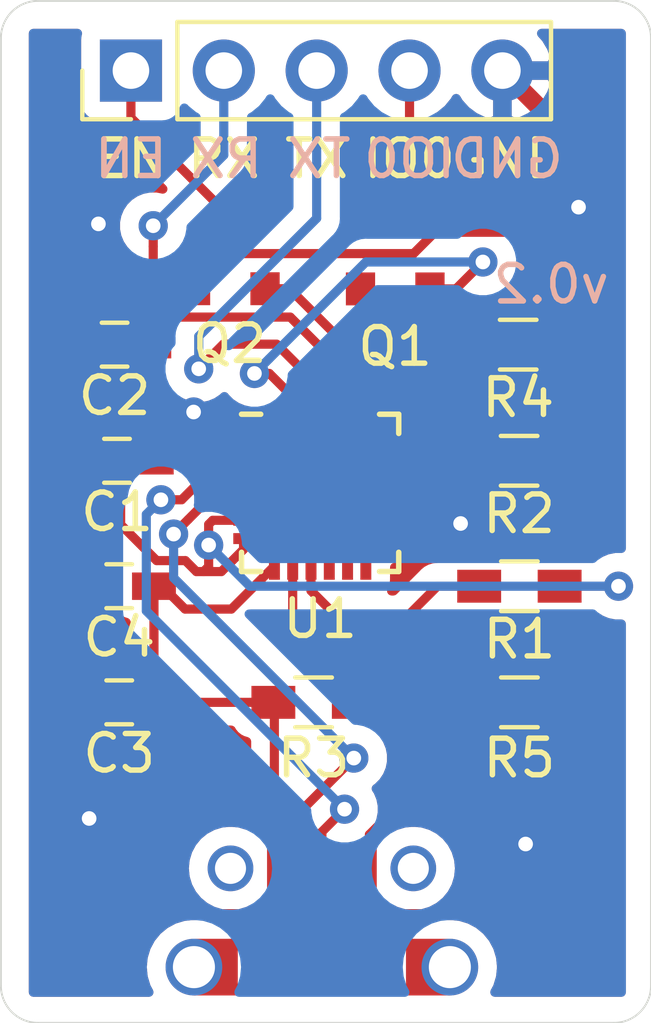
<source format=kicad_pcb>
(kicad_pcb (version 20171130) (host pcbnew "(5.1.2-1)-1")

  (general
    (thickness 1.6)
    (drawings 19)
    (tracks 153)
    (zones 0)
    (modules 14)
    (nets 29)
  )

  (page A4)
  (layers
    (0 F.Cu signal)
    (31 B.Cu signal)
    (32 B.Adhes user)
    (33 F.Adhes user)
    (34 B.Paste user)
    (35 F.Paste user)
    (36 B.SilkS user)
    (37 F.SilkS user)
    (38 B.Mask user)
    (39 F.Mask user)
    (40 Dwgs.User user)
    (41 Cmts.User user)
    (42 Eco1.User user)
    (43 Eco2.User user)
    (44 Edge.Cuts user)
    (45 Margin user)
    (46 B.CrtYd user)
    (47 F.CrtYd user)
    (48 B.Fab user)
    (49 F.Fab user hide)
  )

  (setup
    (last_trace_width 0.25)
    (user_trace_width 0.5)
    (trace_clearance 0.2)
    (zone_clearance 0.508)
    (zone_45_only no)
    (trace_min 0.2)
    (via_size 0.8)
    (via_drill 0.4)
    (via_min_size 0.4)
    (via_min_drill 0.3)
    (uvia_size 0.3)
    (uvia_drill 0.1)
    (uvias_allowed no)
    (uvia_min_size 0.2)
    (uvia_min_drill 0.1)
    (edge_width 0.05)
    (segment_width 0.2)
    (pcb_text_width 0.3)
    (pcb_text_size 1.5 1.5)
    (mod_edge_width 0.12)
    (mod_text_size 1 1)
    (mod_text_width 0.15)
    (pad_size 1.524 1.524)
    (pad_drill 0.762)
    (pad_to_mask_clearance 0)
    (aux_axis_origin 0 0)
    (visible_elements FFFFFF7F)
    (pcbplotparams
      (layerselection 0x010fc_ffffffff)
      (usegerberextensions false)
      (usegerberattributes false)
      (usegerberadvancedattributes false)
      (creategerberjobfile false)
      (excludeedgelayer true)
      (linewidth 0.100000)
      (plotframeref false)
      (viasonmask false)
      (mode 1)
      (useauxorigin false)
      (hpglpennumber 1)
      (hpglpenspeed 20)
      (hpglpendiameter 15.000000)
      (psnegative false)
      (psa4output false)
      (plotreference true)
      (plotvalue true)
      (plotinvisibletext false)
      (padsonsilk false)
      (subtractmaskfromsilk false)
      (outputformat 1)
      (mirror false)
      (drillshape 1)
      (scaleselection 1)
      (outputdirectory ""))
  )

  (net 0 "")
  (net 1 "Net-(C1-Pad1)")
  (net 2 GND)
  (net 3 "Net-(C3-Pad1)")
  (net 4 "Net-(J1-Pad4)")
  (net 5 "Net-(J1-Pad3)")
  (net 6 "Net-(J1-Pad2)")
  (net 7 "Net-(Q1-Pad1)")
  (net 8 /GPIO0)
  (net 9 /EN)
  (net 10 "Net-(Q2-Pad1)")
  (net 11 "Net-(R1-Pad2)")
  (net 12 "Net-(R3-Pad2)")
  (net 13 "Net-(U1-Pad1)")
  (net 14 "Net-(U1-Pad16)")
  (net 15 "Net-(U1-Pad17)")
  (net 16 "Net-(U1-Pad18)")
  (net 17 "Net-(U1-Pad15)")
  (net 18 "Net-(U1-Pad14)")
  (net 19 "Net-(U1-Pad13)")
  (net 20 "Net-(U1-Pad10)")
  (net 21 "Net-(U1-Pad11)")
  (net 22 "Net-(U1-Pad12)")
  (net 23 "Net-(U1-Pad22)")
  (net 24 /TX)
  (net 25 /RX)
  (net 26 "Net-(U1-Pad24)")
  (net 27 /DTR)
  (net 28 /RTS)

  (net_class Default "This is the default net class."
    (clearance 0.2)
    (trace_width 0.25)
    (via_dia 0.8)
    (via_drill 0.4)
    (uvia_dia 0.3)
    (uvia_drill 0.1)
    (add_net /DTR)
    (add_net /EN)
    (add_net /GPIO0)
    (add_net /RTS)
    (add_net /RX)
    (add_net /TX)
    (add_net GND)
    (add_net "Net-(C1-Pad1)")
    (add_net "Net-(C3-Pad1)")
    (add_net "Net-(J1-Pad2)")
    (add_net "Net-(J1-Pad3)")
    (add_net "Net-(J1-Pad4)")
    (add_net "Net-(Q1-Pad1)")
    (add_net "Net-(Q2-Pad1)")
    (add_net "Net-(R1-Pad2)")
    (add_net "Net-(R3-Pad2)")
    (add_net "Net-(U1-Pad1)")
    (add_net "Net-(U1-Pad10)")
    (add_net "Net-(U1-Pad11)")
    (add_net "Net-(U1-Pad12)")
    (add_net "Net-(U1-Pad13)")
    (add_net "Net-(U1-Pad14)")
    (add_net "Net-(U1-Pad15)")
    (add_net "Net-(U1-Pad16)")
    (add_net "Net-(U1-Pad17)")
    (add_net "Net-(U1-Pad18)")
    (add_net "Net-(U1-Pad22)")
    (add_net "Net-(U1-Pad24)")
  )

  (module Resistors_SMD:R_0603_HandSoldering (layer F.Cu) (tedit 58E0A804) (tstamp 5CD2E814)
    (at 147.3708 80.391 180)
    (descr "Resistor SMD 0603, hand soldering")
    (tags "resistor 0603")
    (path /5CD352C9)
    (attr smd)
    (fp_text reference R4 (at 0 -1.45) (layer F.SilkS)
      (effects (font (size 1 1) (thickness 0.15)))
    )
    (fp_text value "10 kΩ" (at 0 1.55) (layer F.Fab)
      (effects (font (size 1 1) (thickness 0.15)))
    )
    (fp_text user %R (at 0 0) (layer F.Fab)
      (effects (font (size 0.4 0.4) (thickness 0.075)))
    )
    (fp_line (start -0.8 0.4) (end -0.8 -0.4) (layer F.Fab) (width 0.1))
    (fp_line (start 0.8 0.4) (end -0.8 0.4) (layer F.Fab) (width 0.1))
    (fp_line (start 0.8 -0.4) (end 0.8 0.4) (layer F.Fab) (width 0.1))
    (fp_line (start -0.8 -0.4) (end 0.8 -0.4) (layer F.Fab) (width 0.1))
    (fp_line (start 0.5 0.68) (end -0.5 0.68) (layer F.SilkS) (width 0.12))
    (fp_line (start -0.5 -0.68) (end 0.5 -0.68) (layer F.SilkS) (width 0.12))
    (fp_line (start -1.96 -0.7) (end 1.95 -0.7) (layer F.CrtYd) (width 0.05))
    (fp_line (start -1.96 -0.7) (end -1.96 0.7) (layer F.CrtYd) (width 0.05))
    (fp_line (start 1.95 0.7) (end 1.95 -0.7) (layer F.CrtYd) (width 0.05))
    (fp_line (start 1.95 0.7) (end -1.96 0.7) (layer F.CrtYd) (width 0.05))
    (pad 1 smd rect (at -1.1 0 180) (size 1.2 0.9) (layers F.Cu F.Paste F.Mask)
      (net 10 "Net-(Q2-Pad1)"))
    (pad 2 smd rect (at 1.1 0 180) (size 1.2 0.9) (layers F.Cu F.Paste F.Mask)
      (net 27 /DTR))
    (model ${KISYS3DMOD}/Resistors_SMD.3dshapes/R_0603.wrl
      (at (xyz 0 0 0))
      (scale (xyz 1 1 1))
      (rotate (xyz 0 0 0))
    )
  )

  (module Resistors_SMD:R_0603_HandSoldering (layer F.Cu) (tedit 58E0A804) (tstamp 5CFAF5FD)
    (at 147.3962 83.566 180)
    (descr "Resistor SMD 0603, hand soldering")
    (tags "resistor 0603")
    (path /5CD3C513)
    (attr smd)
    (fp_text reference R2 (at 0 -1.45) (layer F.SilkS)
      (effects (font (size 1 1) (thickness 0.15)))
    )
    (fp_text value "10 kΩ" (at 0 1.55) (layer F.Fab)
      (effects (font (size 1 1) (thickness 0.15)))
    )
    (fp_text user %R (at 0 0) (layer F.Fab)
      (effects (font (size 0.4 0.4) (thickness 0.075)))
    )
    (fp_line (start -0.8 0.4) (end -0.8 -0.4) (layer F.Fab) (width 0.1))
    (fp_line (start 0.8 0.4) (end -0.8 0.4) (layer F.Fab) (width 0.1))
    (fp_line (start 0.8 -0.4) (end 0.8 0.4) (layer F.Fab) (width 0.1))
    (fp_line (start -0.8 -0.4) (end 0.8 -0.4) (layer F.Fab) (width 0.1))
    (fp_line (start 0.5 0.68) (end -0.5 0.68) (layer F.SilkS) (width 0.12))
    (fp_line (start -0.5 -0.68) (end 0.5 -0.68) (layer F.SilkS) (width 0.12))
    (fp_line (start -1.96 -0.7) (end 1.95 -0.7) (layer F.CrtYd) (width 0.05))
    (fp_line (start -1.96 -0.7) (end -1.96 0.7) (layer F.CrtYd) (width 0.05))
    (fp_line (start 1.95 0.7) (end 1.95 -0.7) (layer F.CrtYd) (width 0.05))
    (fp_line (start 1.95 0.7) (end -1.96 0.7) (layer F.CrtYd) (width 0.05))
    (pad 1 smd rect (at -1.1 0 180) (size 1.2 0.9) (layers F.Cu F.Paste F.Mask)
      (net 7 "Net-(Q1-Pad1)"))
    (pad 2 smd rect (at 1.1 0 180) (size 1.2 0.9) (layers F.Cu F.Paste F.Mask)
      (net 28 /RTS))
    (model ${KISYS3DMOD}/Resistors_SMD.3dshapes/R_0603.wrl
      (at (xyz 0 0 0))
      (scale (xyz 1 1 1))
      (rotate (xyz 0 0 0))
    )
  )

  (module 10118194-0001lf-circle:10118194-0001lf-circle (layer F.Cu) (tedit 5981C9DE) (tstamp 5CD2F44C)
    (at 142.002 94.709)
    (path /5CD04A17)
    (fp_text reference J1 (at 1.63 8.1) (layer F.SilkS) hide
      (effects (font (size 1 1) (thickness 0.15)))
    )
    (fp_text value USB_B_Micro (at 1.38 5.4) (layer F.Fab)
      (effects (font (size 1 1) (thickness 0.15)))
    )
    (fp_line (start 3.945 4.15) (end 3.945 0) (layer F.Fab) (width 0.15))
    (fp_line (start -3.945 4.15) (end -3.945 0) (layer F.Fab) (width 0.15))
    (fp_line (start -3.945 4.15) (end 3.945 4.15) (layer F.Fab) (width 0.15))
    (pad "" smd rect (at 2.9 2.7) (size 1.2 1.55) (layers F.Cu F.Paste F.Mask))
    (pad "" smd rect (at -2.9 2.7) (size 1.2 1.55) (layers F.Cu F.Paste F.Mask))
    (pad "" thru_hole oval (at 3.5 2.7) (size 1.55 1.55) (drill oval 1.15) (layers *.Cu *.Mask))
    (pad "" thru_hole oval (at -3.5 2.7) (size 1.55 1.55) (drill oval 1.15) (layers *.Cu *.Mask))
    (pad "" smd rect (at 1 2.7) (size 1.5 1.55) (layers F.Cu F.Paste F.Mask))
    (pad "" smd rect (at -1 2.7) (size 1.5 1.55) (layers F.Cu F.Paste F.Mask))
    (pad "" thru_hole oval (at 2.5 0) (size 1.25 1.25) (drill oval 0.85) (layers *.Cu *.Mask))
    (pad "" thru_hole oval (at -2.5 0) (size 1.25 1.25) (drill oval 0.85) (layers *.Cu *.Mask))
    (pad 5 smd rect (at 1.3 0) (size 0.4 1.35) (layers F.Cu F.Paste F.Mask)
      (net 2 GND))
    (pad 4 smd rect (at 0.65 0) (size 0.4 1.35) (layers F.Cu F.Paste F.Mask)
      (net 4 "Net-(J1-Pad4)"))
    (pad 3 smd rect (at 0 0) (size 0.4 1.35) (layers F.Cu F.Paste F.Mask)
      (net 5 "Net-(J1-Pad3)"))
    (pad 2 smd rect (at -0.65 0) (size 0.4 1.35) (layers F.Cu F.Paste F.Mask)
      (net 6 "Net-(J1-Pad2)"))
    (pad 1 smd rect (at -1.3 0) (size 0.4 1.35) (layers F.Cu F.Paste F.Mask)
      (net 3 "Net-(C3-Pad1)"))
  )

  (module Capacitors_SMD:C_0603_HandSoldering (layer F.Cu) (tedit 58AA848B) (tstamp 5CD2E7A2)
    (at 136.398 83.566 180)
    (descr "Capacitor SMD 0603, hand soldering")
    (tags "capacitor 0603")
    (path /5CD1963C)
    (attr smd)
    (fp_text reference C1 (at 0 -1.397) (layer F.SilkS)
      (effects (font (size 1 1) (thickness 0.15)))
    )
    (fp_text value 4.7uF (at 0 1.5) (layer F.Fab)
      (effects (font (size 1 1) (thickness 0.15)))
    )
    (fp_text user %R (at 0 -1.25) (layer F.Fab)
      (effects (font (size 1 1) (thickness 0.15)))
    )
    (fp_line (start -0.8 0.4) (end -0.8 -0.4) (layer F.Fab) (width 0.1))
    (fp_line (start 0.8 0.4) (end -0.8 0.4) (layer F.Fab) (width 0.1))
    (fp_line (start 0.8 -0.4) (end 0.8 0.4) (layer F.Fab) (width 0.1))
    (fp_line (start -0.8 -0.4) (end 0.8 -0.4) (layer F.Fab) (width 0.1))
    (fp_line (start -0.35 -0.6) (end 0.35 -0.6) (layer F.SilkS) (width 0.12))
    (fp_line (start 0.35 0.6) (end -0.35 0.6) (layer F.SilkS) (width 0.12))
    (fp_line (start -1.8 -0.65) (end 1.8 -0.65) (layer F.CrtYd) (width 0.05))
    (fp_line (start -1.8 -0.65) (end -1.8 0.65) (layer F.CrtYd) (width 0.05))
    (fp_line (start 1.8 0.65) (end 1.8 -0.65) (layer F.CrtYd) (width 0.05))
    (fp_line (start 1.8 0.65) (end -1.8 0.65) (layer F.CrtYd) (width 0.05))
    (pad 1 smd rect (at -0.95 0 180) (size 1.2 0.75) (layers F.Cu F.Paste F.Mask)
      (net 1 "Net-(C1-Pad1)"))
    (pad 2 smd rect (at 0.95 0 180) (size 1.2 0.75) (layers F.Cu F.Paste F.Mask)
      (net 2 GND))
    (model Capacitors_SMD.3dshapes/C_0603.wrl
      (at (xyz 0 0 0))
      (scale (xyz 1 1 1))
      (rotate (xyz 0 0 0))
    )
  )

  (module Capacitors_SMD:C_0603_HandSoldering (layer F.Cu) (tedit 58AA848B) (tstamp 5CD2E97F)
    (at 136.332 80.391 180)
    (descr "Capacitor SMD 0603, hand soldering")
    (tags "capacitor 0603")
    (path /5CD19636)
    (attr smd)
    (fp_text reference C2 (at 0 -1.397) (layer F.SilkS)
      (effects (font (size 1 1) (thickness 0.15)))
    )
    (fp_text value 0.1uF (at 0 1.5) (layer F.Fab)
      (effects (font (size 1 1) (thickness 0.15)))
    )
    (fp_line (start 1.8 0.65) (end -1.8 0.65) (layer F.CrtYd) (width 0.05))
    (fp_line (start 1.8 0.65) (end 1.8 -0.65) (layer F.CrtYd) (width 0.05))
    (fp_line (start -1.8 -0.65) (end -1.8 0.65) (layer F.CrtYd) (width 0.05))
    (fp_line (start -1.8 -0.65) (end 1.8 -0.65) (layer F.CrtYd) (width 0.05))
    (fp_line (start 0.35 0.6) (end -0.35 0.6) (layer F.SilkS) (width 0.12))
    (fp_line (start -0.35 -0.6) (end 0.35 -0.6) (layer F.SilkS) (width 0.12))
    (fp_line (start -0.8 -0.4) (end 0.8 -0.4) (layer F.Fab) (width 0.1))
    (fp_line (start 0.8 -0.4) (end 0.8 0.4) (layer F.Fab) (width 0.1))
    (fp_line (start 0.8 0.4) (end -0.8 0.4) (layer F.Fab) (width 0.1))
    (fp_line (start -0.8 0.4) (end -0.8 -0.4) (layer F.Fab) (width 0.1))
    (fp_text user %R (at 0 -1.25) (layer F.Fab)
      (effects (font (size 1 1) (thickness 0.15)))
    )
    (pad 2 smd rect (at 0.95 0 180) (size 1.2 0.75) (layers F.Cu F.Paste F.Mask)
      (net 2 GND))
    (pad 1 smd rect (at -0.95 0 180) (size 1.2 0.75) (layers F.Cu F.Paste F.Mask)
      (net 1 "Net-(C1-Pad1)"))
    (model Capacitors_SMD.3dshapes/C_0603.wrl
      (at (xyz 0 0 0))
      (scale (xyz 1 1 1))
      (rotate (xyz 0 0 0))
    )
  )

  (module Capacitors_SMD:C_0603_HandSoldering (layer F.Cu) (tedit 58AA848B) (tstamp 5CD2E904)
    (at 136.459 90.17 180)
    (descr "Capacitor SMD 0603, hand soldering")
    (tags "capacitor 0603")
    (path /5CD06B90)
    (attr smd)
    (fp_text reference C3 (at 0 -1.397) (layer F.SilkS)
      (effects (font (size 1 1) (thickness 0.15)))
    )
    (fp_text value 4.7uF (at 0 1.5) (layer F.Fab)
      (effects (font (size 1 1) (thickness 0.15)))
    )
    (fp_text user %R (at 0 -1.25) (layer F.Fab)
      (effects (font (size 1 1) (thickness 0.15)))
    )
    (fp_line (start -0.8 0.4) (end -0.8 -0.4) (layer F.Fab) (width 0.1))
    (fp_line (start 0.8 0.4) (end -0.8 0.4) (layer F.Fab) (width 0.1))
    (fp_line (start 0.8 -0.4) (end 0.8 0.4) (layer F.Fab) (width 0.1))
    (fp_line (start -0.8 -0.4) (end 0.8 -0.4) (layer F.Fab) (width 0.1))
    (fp_line (start -0.35 -0.6) (end 0.35 -0.6) (layer F.SilkS) (width 0.12))
    (fp_line (start 0.35 0.6) (end -0.35 0.6) (layer F.SilkS) (width 0.12))
    (fp_line (start -1.8 -0.65) (end 1.8 -0.65) (layer F.CrtYd) (width 0.05))
    (fp_line (start -1.8 -0.65) (end -1.8 0.65) (layer F.CrtYd) (width 0.05))
    (fp_line (start 1.8 0.65) (end 1.8 -0.65) (layer F.CrtYd) (width 0.05))
    (fp_line (start 1.8 0.65) (end -1.8 0.65) (layer F.CrtYd) (width 0.05))
    (pad 1 smd rect (at -0.95 0 180) (size 1.2 0.75) (layers F.Cu F.Paste F.Mask)
      (net 3 "Net-(C3-Pad1)"))
    (pad 2 smd rect (at 0.95 0 180) (size 1.2 0.75) (layers F.Cu F.Paste F.Mask)
      (net 2 GND))
    (model Capacitors_SMD.3dshapes/C_0603.wrl
      (at (xyz 0 0 0))
      (scale (xyz 1 1 1))
      (rotate (xyz 0 0 0))
    )
  )

  (module Capacitors_SMD:C_0603_HandSoldering (layer F.Cu) (tedit 58AA848B) (tstamp 5CD2E8D4)
    (at 136.459 86.995 180)
    (descr "Capacitor SMD 0603, hand soldering")
    (tags "capacitor 0603")
    (path /5CD083C6)
    (attr smd)
    (fp_text reference C4 (at 0 -1.397) (layer F.SilkS)
      (effects (font (size 1 1) (thickness 0.15)))
    )
    (fp_text value 0.1uF (at 0 1.5) (layer F.Fab)
      (effects (font (size 1 1) (thickness 0.15)))
    )
    (fp_line (start 1.8 0.65) (end -1.8 0.65) (layer F.CrtYd) (width 0.05))
    (fp_line (start 1.8 0.65) (end 1.8 -0.65) (layer F.CrtYd) (width 0.05))
    (fp_line (start -1.8 -0.65) (end -1.8 0.65) (layer F.CrtYd) (width 0.05))
    (fp_line (start -1.8 -0.65) (end 1.8 -0.65) (layer F.CrtYd) (width 0.05))
    (fp_line (start 0.35 0.6) (end -0.35 0.6) (layer F.SilkS) (width 0.12))
    (fp_line (start -0.35 -0.6) (end 0.35 -0.6) (layer F.SilkS) (width 0.12))
    (fp_line (start -0.8 -0.4) (end 0.8 -0.4) (layer F.Fab) (width 0.1))
    (fp_line (start 0.8 -0.4) (end 0.8 0.4) (layer F.Fab) (width 0.1))
    (fp_line (start 0.8 0.4) (end -0.8 0.4) (layer F.Fab) (width 0.1))
    (fp_line (start -0.8 0.4) (end -0.8 -0.4) (layer F.Fab) (width 0.1))
    (fp_text user %R (at 0 -1.25) (layer F.Fab)
      (effects (font (size 1 1) (thickness 0.15)))
    )
    (pad 2 smd rect (at 0.95 0 180) (size 1.2 0.75) (layers F.Cu F.Paste F.Mask)
      (net 2 GND))
    (pad 1 smd rect (at -0.95 0 180) (size 1.2 0.75) (layers F.Cu F.Paste F.Mask)
      (net 3 "Net-(C3-Pad1)"))
    (model Capacitors_SMD.3dshapes/C_0603.wrl
      (at (xyz 0 0 0))
      (scale (xyz 1 1 1))
      (rotate (xyz 0 0 0))
    )
  )

  (module Resistors_SMD:R_0603_HandSoldering (layer F.Cu) (tedit 58E0A804) (tstamp 5CD2E8A4)
    (at 147.404 86.995 180)
    (descr "Resistor SMD 0603, hand soldering")
    (tags "resistor 0603")
    (path /5CD0A7EB)
    (attr smd)
    (fp_text reference R1 (at 0 -1.45) (layer F.SilkS)
      (effects (font (size 1 1) (thickness 0.15)))
    )
    (fp_text value "1 kΩ" (at 0 1.55) (layer F.Fab)
      (effects (font (size 1 1) (thickness 0.15)))
    )
    (fp_line (start 1.95 0.7) (end -1.96 0.7) (layer F.CrtYd) (width 0.05))
    (fp_line (start 1.95 0.7) (end 1.95 -0.7) (layer F.CrtYd) (width 0.05))
    (fp_line (start -1.96 -0.7) (end -1.96 0.7) (layer F.CrtYd) (width 0.05))
    (fp_line (start -1.96 -0.7) (end 1.95 -0.7) (layer F.CrtYd) (width 0.05))
    (fp_line (start -0.5 -0.68) (end 0.5 -0.68) (layer F.SilkS) (width 0.12))
    (fp_line (start 0.5 0.68) (end -0.5 0.68) (layer F.SilkS) (width 0.12))
    (fp_line (start -0.8 -0.4) (end 0.8 -0.4) (layer F.Fab) (width 0.1))
    (fp_line (start 0.8 -0.4) (end 0.8 0.4) (layer F.Fab) (width 0.1))
    (fp_line (start 0.8 0.4) (end -0.8 0.4) (layer F.Fab) (width 0.1))
    (fp_line (start -0.8 0.4) (end -0.8 -0.4) (layer F.Fab) (width 0.1))
    (fp_text user %R (at 0 0) (layer F.Fab)
      (effects (font (size 0.4 0.4) (thickness 0.075)))
    )
    (pad 2 smd rect (at 1.1 0 180) (size 1.2 0.9) (layers F.Cu F.Paste F.Mask)
      (net 11 "Net-(R1-Pad2)"))
    (pad 1 smd rect (at -1.1 0 180) (size 1.2 0.9) (layers F.Cu F.Paste F.Mask)
      (net 1 "Net-(C1-Pad1)"))
    (model ${KISYS3DMOD}/Resistors_SMD.3dshapes/R_0603.wrl
      (at (xyz 0 0 0))
      (scale (xyz 1 1 1))
      (rotate (xyz 0 0 0))
    )
  )

  (module Resistors_SMD:R_0603_HandSoldering (layer F.Cu) (tedit 58E0A804) (tstamp 5CD2E844)
    (at 141.775 90.17)
    (descr "Resistor SMD 0603, hand soldering")
    (tags "resistor 0603")
    (path /5CD20DE1)
    (attr smd)
    (fp_text reference R3 (at 0 1.524) (layer F.SilkS)
      (effects (font (size 1 1) (thickness 0.15)))
    )
    (fp_text value "22.1 kΩ" (at 0 1.55) (layer F.Fab)
      (effects (font (size 1 1) (thickness 0.15)))
    )
    (fp_text user %R (at 0 0) (layer F.Fab)
      (effects (font (size 0.4 0.4) (thickness 0.075)))
    )
    (fp_line (start -0.8 0.4) (end -0.8 -0.4) (layer F.Fab) (width 0.1))
    (fp_line (start 0.8 0.4) (end -0.8 0.4) (layer F.Fab) (width 0.1))
    (fp_line (start 0.8 -0.4) (end 0.8 0.4) (layer F.Fab) (width 0.1))
    (fp_line (start -0.8 -0.4) (end 0.8 -0.4) (layer F.Fab) (width 0.1))
    (fp_line (start 0.5 0.68) (end -0.5 0.68) (layer F.SilkS) (width 0.12))
    (fp_line (start -0.5 -0.68) (end 0.5 -0.68) (layer F.SilkS) (width 0.12))
    (fp_line (start -1.96 -0.7) (end 1.95 -0.7) (layer F.CrtYd) (width 0.05))
    (fp_line (start -1.96 -0.7) (end -1.96 0.7) (layer F.CrtYd) (width 0.05))
    (fp_line (start 1.95 0.7) (end 1.95 -0.7) (layer F.CrtYd) (width 0.05))
    (fp_line (start 1.95 0.7) (end -1.96 0.7) (layer F.CrtYd) (width 0.05))
    (pad 1 smd rect (at -1.1 0) (size 1.2 0.9) (layers F.Cu F.Paste F.Mask)
      (net 3 "Net-(C3-Pad1)"))
    (pad 2 smd rect (at 1.1 0) (size 1.2 0.9) (layers F.Cu F.Paste F.Mask)
      (net 12 "Net-(R3-Pad2)"))
    (model ${KISYS3DMOD}/Resistors_SMD.3dshapes/R_0603.wrl
      (at (xyz 0 0 0))
      (scale (xyz 1 1 1))
      (rotate (xyz 0 0 0))
    )
  )

  (module Resistors_SMD:R_0603_HandSoldering (layer F.Cu) (tedit 58E0A804) (tstamp 5CD2E7E4)
    (at 147.404 90.17)
    (descr "Resistor SMD 0603, hand soldering")
    (tags "resistor 0603")
    (path /5CD2208F)
    (attr smd)
    (fp_text reference R5 (at 0 1.524) (layer F.SilkS)
      (effects (font (size 1 1) (thickness 0.15)))
    )
    (fp_text value "47.5 kΩ" (at 0 1.55) (layer F.Fab)
      (effects (font (size 1 1) (thickness 0.15)))
    )
    (fp_line (start 1.95 0.7) (end -1.96 0.7) (layer F.CrtYd) (width 0.05))
    (fp_line (start 1.95 0.7) (end 1.95 -0.7) (layer F.CrtYd) (width 0.05))
    (fp_line (start -1.96 -0.7) (end -1.96 0.7) (layer F.CrtYd) (width 0.05))
    (fp_line (start -1.96 -0.7) (end 1.95 -0.7) (layer F.CrtYd) (width 0.05))
    (fp_line (start -0.5 -0.68) (end 0.5 -0.68) (layer F.SilkS) (width 0.12))
    (fp_line (start 0.5 0.68) (end -0.5 0.68) (layer F.SilkS) (width 0.12))
    (fp_line (start -0.8 -0.4) (end 0.8 -0.4) (layer F.Fab) (width 0.1))
    (fp_line (start 0.8 -0.4) (end 0.8 0.4) (layer F.Fab) (width 0.1))
    (fp_line (start 0.8 0.4) (end -0.8 0.4) (layer F.Fab) (width 0.1))
    (fp_line (start -0.8 0.4) (end -0.8 -0.4) (layer F.Fab) (width 0.1))
    (fp_text user %R (at 0 0) (layer F.Fab)
      (effects (font (size 0.4 0.4) (thickness 0.075)))
    )
    (pad 2 smd rect (at 1.1 0) (size 1.2 0.9) (layers F.Cu F.Paste F.Mask)
      (net 2 GND))
    (pad 1 smd rect (at -1.1 0) (size 1.2 0.9) (layers F.Cu F.Paste F.Mask)
      (net 12 "Net-(R3-Pad2)"))
    (model ${KISYS3DMOD}/Resistors_SMD.3dshapes/R_0603.wrl
      (at (xyz 0 0 0))
      (scale (xyz 1 1 1))
      (rotate (xyz 0 0 0))
    )
  )

  (module Pin_Headers:Pin_Header_Straight_1x05_Pitch2.54mm (layer F.Cu) (tedit 59650532) (tstamp 5CD2EDB7)
    (at 136.779 72.898 90)
    (descr "Through hole straight pin header, 1x05, 2.54mm pitch, single row")
    (tags "Through hole pin header THT 1x05 2.54mm single row")
    (path /5CD3182A)
    (fp_text reference J2 (at 0 -2.33 90) (layer F.SilkS) hide
      (effects (font (size 1 1) (thickness 0.15)))
    )
    (fp_text value Conn_01x05 (at 0 12.49 90) (layer F.Fab)
      (effects (font (size 1 1) (thickness 0.15)))
    )
    (fp_text user %R (at 0 5.08) (layer F.Fab)
      (effects (font (size 1 1) (thickness 0.15)))
    )
    (fp_line (start 1.8 -1.8) (end -1.8 -1.8) (layer F.CrtYd) (width 0.05))
    (fp_line (start 1.8 11.95) (end 1.8 -1.8) (layer F.CrtYd) (width 0.05))
    (fp_line (start -1.8 11.95) (end 1.8 11.95) (layer F.CrtYd) (width 0.05))
    (fp_line (start -1.8 -1.8) (end -1.8 11.95) (layer F.CrtYd) (width 0.05))
    (fp_line (start -1.33 -1.33) (end 0 -1.33) (layer F.SilkS) (width 0.12))
    (fp_line (start -1.33 0) (end -1.33 -1.33) (layer F.SilkS) (width 0.12))
    (fp_line (start -1.33 1.27) (end 1.33 1.27) (layer F.SilkS) (width 0.12))
    (fp_line (start 1.33 1.27) (end 1.33 11.49) (layer F.SilkS) (width 0.12))
    (fp_line (start -1.33 1.27) (end -1.33 11.49) (layer F.SilkS) (width 0.12))
    (fp_line (start -1.33 11.49) (end 1.33 11.49) (layer F.SilkS) (width 0.12))
    (fp_line (start -1.27 -0.635) (end -0.635 -1.27) (layer F.Fab) (width 0.1))
    (fp_line (start -1.27 11.43) (end -1.27 -0.635) (layer F.Fab) (width 0.1))
    (fp_line (start 1.27 11.43) (end -1.27 11.43) (layer F.Fab) (width 0.1))
    (fp_line (start 1.27 -1.27) (end 1.27 11.43) (layer F.Fab) (width 0.1))
    (fp_line (start -0.635 -1.27) (end 1.27 -1.27) (layer F.Fab) (width 0.1))
    (pad 5 thru_hole oval (at 0 10.16 90) (size 1.7 1.7) (drill 1) (layers *.Cu *.Mask)
      (net 2 GND))
    (pad 4 thru_hole oval (at 0 7.62 90) (size 1.7 1.7) (drill 1) (layers *.Cu *.Mask)
      (net 8 /GPIO0))
    (pad 3 thru_hole oval (at 0 5.08 90) (size 1.7 1.7) (drill 1) (layers *.Cu *.Mask)
      (net 24 /TX))
    (pad 2 thru_hole oval (at 0 2.54 90) (size 1.7 1.7) (drill 1) (layers *.Cu *.Mask)
      (net 25 /RX))
    (pad 1 thru_hole rect (at 0 0 90) (size 1.7 1.7) (drill 1) (layers *.Cu *.Mask)
      (net 9 /EN))
    (model ${KISYS3DMOD}/Pin_Headers.3dshapes/Pin_Header_Straight_1x05_Pitch2.54mm.wrl
      (at (xyz 0 0 0))
      (scale (xyz 1 1 1))
      (rotate (xyz 0 0 0))
    )
  )

  (module Housings_DFN_QFN:QFN-24-1EP_4x4mm_Pitch0.5mm (layer F.Cu) (tedit 54130A77) (tstamp 5CD666F2)
    (at 141.954 84.443)
    (descr "24-Lead Plastic Quad Flat, No Lead Package (MJ) - 4x4x0.9 mm Body [QFN]; (see Microchip Packaging Specification 00000049BS.pdf)")
    (tags "QFN 0.5")
    (path /5CD01C5A)
    (attr smd)
    (fp_text reference U1 (at 0 3.441) (layer F.SilkS)
      (effects (font (size 1 1) (thickness 0.15)))
    )
    (fp_text value CP2102N-A01-GQFN24 (at 0 3.375) (layer F.Fab)
      (effects (font (size 1 1) (thickness 0.15)))
    )
    (fp_line (start 2.15 -2.15) (end 1.625 -2.15) (layer F.SilkS) (width 0.15))
    (fp_line (start 2.15 2.15) (end 1.625 2.15) (layer F.SilkS) (width 0.15))
    (fp_line (start -2.15 2.15) (end -1.625 2.15) (layer F.SilkS) (width 0.15))
    (fp_line (start -2.15 -2.15) (end -1.625 -2.15) (layer F.SilkS) (width 0.15))
    (fp_line (start 2.15 2.15) (end 2.15 1.625) (layer F.SilkS) (width 0.15))
    (fp_line (start -2.15 2.15) (end -2.15 1.625) (layer F.SilkS) (width 0.15))
    (fp_line (start 2.15 -2.15) (end 2.15 -1.625) (layer F.SilkS) (width 0.15))
    (fp_line (start -2.65 2.65) (end 2.65 2.65) (layer F.CrtYd) (width 0.05))
    (fp_line (start -2.65 -2.65) (end 2.65 -2.65) (layer F.CrtYd) (width 0.05))
    (fp_line (start 2.65 -2.65) (end 2.65 2.65) (layer F.CrtYd) (width 0.05))
    (fp_line (start -2.65 -2.65) (end -2.65 2.65) (layer F.CrtYd) (width 0.05))
    (fp_line (start -2 -1) (end -1 -2) (layer F.Fab) (width 0.15))
    (fp_line (start -2 2) (end -2 -1) (layer F.Fab) (width 0.15))
    (fp_line (start 2 2) (end -2 2) (layer F.Fab) (width 0.15))
    (fp_line (start 2 -2) (end 2 2) (layer F.Fab) (width 0.15))
    (fp_line (start -1 -2) (end 2 -2) (layer F.Fab) (width 0.15))
    (pad 25 smd rect (at -0.65 -0.65) (size 1.3 1.3) (layers F.Cu F.Paste F.Mask)
      (net 2 GND) (solder_paste_margin_ratio -0.2))
    (pad 25 smd rect (at -0.65 0.65) (size 1.3 1.3) (layers F.Cu F.Paste F.Mask)
      (net 2 GND) (solder_paste_margin_ratio -0.2))
    (pad 25 smd rect (at 0.65 -0.65) (size 1.3 1.3) (layers F.Cu F.Paste F.Mask)
      (net 2 GND) (solder_paste_margin_ratio -0.2))
    (pad 25 smd rect (at 0.65 0.65) (size 1.3 1.3) (layers F.Cu F.Paste F.Mask)
      (net 2 GND) (solder_paste_margin_ratio -0.2))
    (pad 24 smd rect (at -1.25 -1.95 90) (size 0.85 0.3) (layers F.Cu F.Paste F.Mask)
      (net 26 "Net-(U1-Pad24)"))
    (pad 23 smd rect (at -0.75 -1.95 90) (size 0.85 0.3) (layers F.Cu F.Paste F.Mask)
      (net 27 /DTR))
    (pad 22 smd rect (at -0.25 -1.95 90) (size 0.85 0.3) (layers F.Cu F.Paste F.Mask)
      (net 23 "Net-(U1-Pad22)"))
    (pad 21 smd rect (at 0.25 -1.95 90) (size 0.85 0.3) (layers F.Cu F.Paste F.Mask)
      (net 24 /TX))
    (pad 20 smd rect (at 0.75 -1.95 90) (size 0.85 0.3) (layers F.Cu F.Paste F.Mask)
      (net 25 /RX))
    (pad 19 smd rect (at 1.25 -1.95 90) (size 0.85 0.3) (layers F.Cu F.Paste F.Mask)
      (net 28 /RTS))
    (pad 18 smd rect (at 1.95 -1.25) (size 0.85 0.3) (layers F.Cu F.Paste F.Mask)
      (net 16 "Net-(U1-Pad18)"))
    (pad 17 smd rect (at 1.95 -0.75) (size 0.85 0.3) (layers F.Cu F.Paste F.Mask)
      (net 15 "Net-(U1-Pad17)"))
    (pad 16 smd rect (at 1.95 -0.25) (size 0.85 0.3) (layers F.Cu F.Paste F.Mask)
      (net 14 "Net-(U1-Pad16)"))
    (pad 15 smd rect (at 1.95 0.25) (size 0.85 0.3) (layers F.Cu F.Paste F.Mask)
      (net 17 "Net-(U1-Pad15)"))
    (pad 14 smd rect (at 1.95 0.75) (size 0.85 0.3) (layers F.Cu F.Paste F.Mask)
      (net 18 "Net-(U1-Pad14)"))
    (pad 13 smd rect (at 1.95 1.25) (size 0.85 0.3) (layers F.Cu F.Paste F.Mask)
      (net 19 "Net-(U1-Pad13)"))
    (pad 12 smd rect (at 1.25 1.95 90) (size 0.85 0.3) (layers F.Cu F.Paste F.Mask)
      (net 22 "Net-(U1-Pad12)"))
    (pad 11 smd rect (at 0.75 1.95 90) (size 0.85 0.3) (layers F.Cu F.Paste F.Mask)
      (net 21 "Net-(U1-Pad11)"))
    (pad 10 smd rect (at 0.25 1.95 90) (size 0.85 0.3) (layers F.Cu F.Paste F.Mask)
      (net 20 "Net-(U1-Pad10)"))
    (pad 9 smd rect (at -0.25 1.95 90) (size 0.85 0.3) (layers F.Cu F.Paste F.Mask)
      (net 11 "Net-(R1-Pad2)"))
    (pad 8 smd rect (at -0.75 1.95 90) (size 0.85 0.3) (layers F.Cu F.Paste F.Mask)
      (net 12 "Net-(R3-Pad2)"))
    (pad 7 smd rect (at -1.25 1.95 90) (size 0.85 0.3) (layers F.Cu F.Paste F.Mask)
      (net 3 "Net-(C3-Pad1)"))
    (pad 6 smd rect (at -1.95 1.25) (size 0.85 0.3) (layers F.Cu F.Paste F.Mask)
      (net 1 "Net-(C1-Pad1)"))
    (pad 5 smd rect (at -1.95 0.75) (size 0.85 0.3) (layers F.Cu F.Paste F.Mask)
      (net 1 "Net-(C1-Pad1)"))
    (pad 4 smd rect (at -1.95 0.25) (size 0.85 0.3) (layers F.Cu F.Paste F.Mask)
      (net 6 "Net-(J1-Pad2)"))
    (pad 3 smd rect (at -1.95 -0.25) (size 0.85 0.3) (layers F.Cu F.Paste F.Mask)
      (net 5 "Net-(J1-Pad3)"))
    (pad 2 smd rect (at -1.95 -0.75) (size 0.85 0.3) (layers F.Cu F.Paste F.Mask)
      (net 2 GND))
    (pad 1 smd rect (at -1.95 -1.25) (size 0.85 0.3) (layers F.Cu F.Paste F.Mask)
      (net 13 "Net-(U1-Pad1)"))
    (model ${KISYS3DMOD}/Housings_DFN_QFN.3dshapes/QFN-24-1EP_4x4mm_Pitch0.5mm.wrl
      (at (xyz 0 0 0))
      (scale (xyz 1 1 1))
      (rotate (xyz 0 0 0))
    )
  )

  (module mmbt2222alt1g:mmbt2222alt1g (layer F.Cu) (tedit 59244EE3) (tstamp 5CFAF4FD)
    (at 143.0578 78.867)
    (path /5CFDD0F3)
    (fp_text reference Q1 (at 0.9462 1.5748) (layer F.SilkS)
      (effects (font (size 1 1) (thickness 0.15)))
    )
    (fp_text value MMBT2222ALT1G (at 0.95 1.9) (layer F.Fab)
      (effects (font (size 1 1) (thickness 0.15)))
    )
    (pad 3 smd rect (at 0.95 -1.9) (size 0.8 0.9) (layers F.Cu F.Paste F.Mask)
      (net 8 /GPIO0))
    (pad 2 smd rect (at 1.9 0) (size 0.8 0.9) (layers F.Cu F.Paste F.Mask)
      (net 27 /DTR))
    (pad 1 smd rect (at 0 0) (size 0.8 0.9) (layers F.Cu F.Paste F.Mask)
      (net 7 "Net-(Q1-Pad1)"))
  )

  (module mmbt2222alt1g:mmbt2222alt1g (layer F.Cu) (tedit 59244EE3) (tstamp 5CFAF545)
    (at 138.5468 78.862)
    (path /5CFEB52D)
    (fp_text reference Q2 (at 0.9292 1.5036) (layer F.SilkS)
      (effects (font (size 1 1) (thickness 0.15)))
    )
    (fp_text value MMBT2222ALT1G (at 0.95 1.9) (layer F.Fab)
      (effects (font (size 1 1) (thickness 0.15)))
    )
    (pad 1 smd rect (at 0 0) (size 0.8 0.9) (layers F.Cu F.Paste F.Mask)
      (net 10 "Net-(Q2-Pad1)"))
    (pad 2 smd rect (at 1.9 0) (size 0.8 0.9) (layers F.Cu F.Paste F.Mask)
      (net 28 /RTS))
    (pad 3 smd rect (at 0.95 -1.9) (size 0.8 0.9) (layers F.Cu F.Paste F.Mask)
      (net 9 /EN))
  )

  (gr_text v0.2 (at 148.2725 78.74) (layer B.SilkS)
    (effects (font (size 1 1) (thickness 0.15)) (justify mirror))
  )
  (gr_text EN (at 136.779 75.311) (layer B.SilkS)
    (effects (font (size 1 1) (thickness 0.15)) (justify mirror))
  )
  (gr_text RX (at 139.3825 75.311) (layer B.SilkS)
    (effects (font (size 1 1) (thickness 0.15)) (justify mirror))
  )
  (gr_text TX (at 141.9225 75.311) (layer B.SilkS)
    (effects (font (size 1 1) (thickness 0.15)) (justify mirror))
  )
  (gr_text IO0 (at 144.399 75.311) (layer B.SilkS)
    (effects (font (size 1 1) (thickness 0.15)) (justify mirror))
  )
  (gr_text GND (at 147.066 75.311) (layer B.SilkS)
    (effects (font (size 1 1) (thickness 0.15)) (justify mirror))
  )
  (gr_line (start 149.987 70.993) (end 134.239 70.993) (layer Edge.Cuts) (width 0.05) (tstamp 5CD2F548))
  (gr_line (start 151.003 97.917) (end 151.003 72.009) (layer Edge.Cuts) (width 0.05) (tstamp 5CD2F547))
  (gr_line (start 134.239 98.933) (end 149.987 98.933) (layer Edge.Cuts) (width 0.05) (tstamp 5CD2F546))
  (gr_line (start 133.223 72.009) (end 133.223 97.917) (layer Edge.Cuts) (width 0.05) (tstamp 5CD2F545))
  (gr_arc (start 134.239 97.917) (end 133.223 97.917) (angle -90) (layer Edge.Cuts) (width 0.05))
  (gr_arc (start 134.239 72.009) (end 134.239 70.993) (angle -90) (layer Edge.Cuts) (width 0.05))
  (gr_arc (start 149.987 72.009) (end 151.003 72.009) (angle -90) (layer Edge.Cuts) (width 0.05))
  (gr_arc (start 149.987 97.917) (end 149.987 98.933) (angle -90) (layer Edge.Cuts) (width 0.05))
  (gr_text GND (at 147.066 75.311) (layer F.SilkS)
    (effects (font (size 1 1) (thickness 0.15)))
  )
  (gr_text IO0 (at 144.399 75.311) (layer F.SilkS) (tstamp 5CD2F4A6)
    (effects (font (size 1 1) (thickness 0.15)))
  )
  (gr_text TX (at 141.859 75.311) (layer F.SilkS)
    (effects (font (size 1 1) (thickness 0.15)))
  )
  (gr_text RX (at 139.319 75.311) (layer F.SilkS)
    (effects (font (size 1 1) (thickness 0.15)))
  )
  (gr_text EN (at 136.779 75.311) (layer F.SilkS)
    (effects (font (size 1 1) (thickness 0.15)))
  )

  (segment (start 136.498 84.191) (end 137.123 83.566) (width 0.25) (layer F.Cu) (net 1))
  (segment (start 136.498 85.310504) (end 136.498 84.191) (width 0.25) (layer F.Cu) (net 1))
  (segment (start 137.123 83.566) (end 137.348 83.566) (width 0.25) (layer F.Cu) (net 1))
  (segment (start 137.482495 86.294999) (end 136.498 85.310504) (width 0.25) (layer F.Cu) (net 1))
  (segment (start 137.057 80.391) (end 137.282 80.391) (width 0.25) (layer F.Cu) (net 1))
  (segment (start 137.348 80.682) (end 137.057 80.391) (width 0.25) (layer F.Cu) (net 1))
  (segment (start 137.348 83.566) (end 137.348 80.682) (width 0.25) (layer F.Cu) (net 1))
  (via (at 150.114 86.995) (size 0.8) (drill 0.4) (layers F.Cu B.Cu) (net 1) (tstamp 5CD2E9A9))
  (segment (start 150.114 86.995) (end 148.504 86.995) (width 0.25) (layer F.Cu) (net 1) (tstamp 5CD2E9C7))
  (segment (start 138.269001 86.294999) (end 137.482495 86.294999) (width 0.25) (layer F.Cu) (net 1))
  (segment (start 139.859 85.693) (end 139.859 85.989311) (width 0.25) (layer F.Cu) (net 1))
  (segment (start 139.859 85.989311) (end 139.253019 86.595292) (width 0.25) (layer F.Cu) (net 1))
  (via (at 138.905018 85.870291) (size 0.8) (drill 0.4) (layers F.Cu B.Cu) (net 1))
  (segment (start 139.954 85.193) (end 139.016624 85.193) (width 0.25) (layer F.Cu) (net 1))
  (segment (start 139.305017 86.27029) (end 138.905018 85.870291) (width 0.25) (layer B.Cu) (net 1))
  (segment (start 139.016624 85.193) (end 138.905018 85.304606) (width 0.25) (layer F.Cu) (net 1))
  (segment (start 140.029727 86.995) (end 139.305017 86.27029) (width 0.25) (layer B.Cu) (net 1))
  (segment (start 150.114 86.995) (end 140.029727 86.995) (width 0.25) (layer B.Cu) (net 1))
  (segment (start 138.905018 85.304606) (end 138.905018 85.870291) (width 0.25) (layer F.Cu) (net 1))
  (segment (start 138.569294 86.595292) (end 138.269001 86.294999) (width 0.25) (layer F.Cu) (net 1))
  (segment (start 138.905018 85.870291) (end 138.905018 86.456482) (width 0.25) (layer F.Cu) (net 1))
  (segment (start 138.905018 86.456482) (end 138.766208 86.595292) (width 0.25) (layer F.Cu) (net 1))
  (segment (start 138.766208 86.595292) (end 138.569294 86.595292) (width 0.25) (layer F.Cu) (net 1))
  (segment (start 139.253019 86.595292) (end 138.766208 86.595292) (width 0.25) (layer F.Cu) (net 1))
  (via (at 147.574 94.0435) (size 0.8) (drill 0.4) (layers F.Cu B.Cu) (net 2))
  (via (at 135.636 93.345) (size 0.8) (drill 0.4) (layers F.Cu B.Cu) (net 2))
  (via (at 145.796 85.2805) (size 0.8) (drill 0.4) (layers F.Cu B.Cu) (net 2))
  (segment (start 143.302 93.784) (end 144.249 92.837) (width 0.25) (layer F.Cu) (net 2))
  (segment (start 143.302 94.709) (end 143.302 93.784) (width 0.25) (layer F.Cu) (net 2))
  (segment (start 146.3675 92.837) (end 147.574 94.0435) (width 0.25) (layer F.Cu) (net 2))
  (segment (start 144.249 92.837) (end 146.3675 92.837) (width 0.25) (layer F.Cu) (net 2))
  (segment (start 146.7485 95.9485) (end 147.574 95.123) (width 0.25) (layer F.Cu) (net 2))
  (segment (start 147.574 95.123) (end 147.574 94.0435) (width 0.25) (layer F.Cu) (net 2))
  (segment (start 135.636 93.345) (end 138.2395 95.9485) (width 0.25) (layer F.Cu) (net 2))
  (segment (start 143.302 95.931) (end 143.3195 95.9485) (width 0.25) (layer F.Cu) (net 2))
  (segment (start 143.302 94.709) (end 143.302 95.931) (width 0.25) (layer F.Cu) (net 2))
  (segment (start 143.3195 95.9485) (end 146.7485 95.9485) (width 0.25) (layer F.Cu) (net 2))
  (segment (start 138.2395 95.9485) (end 143.3195 95.9485) (width 0.25) (layer F.Cu) (net 2))
  (segment (start 141.204 83.693) (end 141.304 83.793) (width 0.25) (layer F.Cu) (net 2))
  (segment (start 140.004 83.693) (end 141.204 83.693) (width 0.25) (layer F.Cu) (net 2))
  (via (at 138.4935 82.232498) (size 0.8) (drill 0.4) (layers F.Cu B.Cu) (net 2))
  (segment (start 140.004 83.693) (end 139.329 83.693) (width 0.25) (layer F.Cu) (net 2))
  (segment (start 138.4935 82.8575) (end 138.4935 82.798183) (width 0.25) (layer F.Cu) (net 2))
  (segment (start 139.329 83.693) (end 138.4935 82.8575) (width 0.25) (layer F.Cu) (net 2))
  (segment (start 138.4935 82.798183) (end 138.4935 82.232498) (width 0.25) (layer F.Cu) (net 2))
  (via (at 135.89 77.089) (size 0.8) (drill 0.4) (layers F.Cu B.Cu) (net 2))
  (via (at 149.0218 76.6318) (size 0.8) (drill 0.4) (layers F.Cu B.Cu) (net 2))
  (segment (start 146.939 72.898) (end 149.0218 74.9808) (width 0.5) (layer F.Cu) (net 2))
  (segment (start 149.0218 74.9808) (end 149.0218 76.066115) (width 0.5) (layer F.Cu) (net 2))
  (segment (start 149.0218 76.066115) (end 149.0218 76.6318) (width 0.5) (layer F.Cu) (net 2))
  (segment (start 140.702 90.197) (end 140.675 90.17) (width 0.25) (layer F.Cu) (net 3))
  (segment (start 140.702 94.709) (end 140.702 90.197) (width 0.25) (layer F.Cu) (net 3))
  (segment (start 140.675 90.17) (end 137.409 90.17) (width 0.25) (layer F.Cu) (net 3))
  (segment (start 137.409 90.17) (end 137.409 86.995) (width 0.25) (layer F.Cu) (net 3))
  (segment (start 138.259 87.62) (end 139.527 87.62) (width 0.25) (layer F.Cu) (net 3))
  (segment (start 140.1484 86.9986) (end 140.704 86.443) (width 0.25) (layer F.Cu) (net 3))
  (segment (start 137.409 86.995) (end 137.634 86.995) (width 0.25) (layer F.Cu) (net 3))
  (segment (start 139.527 87.62) (end 140.1484 86.9986) (width 0.25) (layer F.Cu) (net 3))
  (segment (start 137.634 86.995) (end 138.259 87.62) (width 0.25) (layer F.Cu) (net 3))
  (segment (start 142.002 93.71) (end 142.621 93.091) (width 0.25) (layer F.Cu) (net 5) (tstamp 5CD2E9CD))
  (via (at 142.621 93.091) (size 0.8) (drill 0.4) (layers F.Cu B.Cu) (net 5) (tstamp 5CD2E9C4))
  (segment (start 142.002 94.709) (end 142.002 93.71) (width 0.25) (layer F.Cu) (net 5) (tstamp 5CD2E9D0))
  (via (at 137.59954 84.632097) (size 0.8) (drill 0.4) (layers F.Cu B.Cu) (net 5))
  (segment (start 139.954 84.193) (end 138.604322 84.193) (width 0.25) (layer F.Cu) (net 5))
  (segment (start 137.199541 85.032096) (end 137.59954 84.632097) (width 0.25) (layer B.Cu) (net 5))
  (segment (start 137.199541 87.669541) (end 137.199541 85.032096) (width 0.25) (layer B.Cu) (net 5))
  (segment (start 138.165225 84.632097) (end 137.59954 84.632097) (width 0.25) (layer F.Cu) (net 5))
  (segment (start 142.621 93.091) (end 137.199541 87.669541) (width 0.25) (layer B.Cu) (net 5))
  (segment (start 138.604322 84.193) (end 138.165225 84.632097) (width 0.25) (layer F.Cu) (net 5))
  (segment (start 141.352 93.981) (end 141.351 93.98) (width 0.25) (layer F.Cu) (net 6) (tstamp 5CD2EA0C))
  (segment (start 141.352 94.709) (end 141.352 93.981) (width 0.25) (layer F.Cu) (net 6) (tstamp 5CD2EA0F))
  (via (at 142.875 91.694) (size 0.8) (drill 0.4) (layers F.Cu B.Cu) (net 6) (tstamp 5CD2EA33))
  (segment (start 141.351 93.218) (end 142.875 91.694) (width 0.25) (layer F.Cu) (net 6) (tstamp 5CD2EA39))
  (segment (start 141.351 93.98) (end 141.351 93.218) (width 0.25) (layer F.Cu) (net 6) (tstamp 5CD2EA36))
  (segment (start 138.346499 85.16999) (end 137.9465 85.569989) (width 0.25) (layer F.Cu) (net 6))
  (segment (start 137.9465 86.135674) (end 137.9465 85.569989) (width 0.25) (layer B.Cu) (net 6))
  (segment (start 138.823489 84.693) (end 138.346499 85.16999) (width 0.25) (layer F.Cu) (net 6))
  (segment (start 142.875 91.694) (end 137.9465 86.7655) (width 0.25) (layer B.Cu) (net 6))
  (via (at 137.9465 85.569989) (size 0.8) (drill 0.4) (layers F.Cu B.Cu) (net 6))
  (segment (start 137.9465 86.7655) (end 137.9465 86.135674) (width 0.25) (layer B.Cu) (net 6))
  (segment (start 139.954 84.693) (end 138.823489 84.693) (width 0.25) (layer F.Cu) (net 6))
  (segment (start 148.4962 82.4816) (end 148.4962 83.566) (width 0.25) (layer F.Cu) (net 7))
  (segment (start 148.0312 82.0166) (end 148.4962 82.4816) (width 0.25) (layer F.Cu) (net 7))
  (segment (start 146.1574 82.0166) (end 148.0312 82.0166) (width 0.25) (layer F.Cu) (net 7))
  (segment (start 143.0578 78.917) (end 146.1574 82.0166) (width 0.25) (layer F.Cu) (net 7))
  (segment (start 143.0578 78.867) (end 143.0578 78.917) (width 0.25) (layer F.Cu) (net 7))
  (segment (start 144.018 76.967) (end 144.018 74.676) (width 0.25) (layer F.Cu) (net 8))
  (segment (start 144.399 74.295) (end 144.399 72.898) (width 0.25) (layer F.Cu) (net 8))
  (segment (start 144.018 74.676) (end 144.399 74.295) (width 0.25) (layer F.Cu) (net 8))
  (segment (start 139.507 76.917) (end 136.779 74.189) (width 0.25) (layer F.Cu) (net 9))
  (segment (start 139.507 76.967) (end 139.507 76.917) (width 0.25) (layer F.Cu) (net 9))
  (segment (start 136.779 74.189) (end 136.779 72.898) (width 0.25) (layer F.Cu) (net 9))
  (segment (start 143.204 82.193) (end 143.204 82.443) (width 0.25) (layer F.Cu) (net 28))
  (segment (start 138.557 78.867) (end 138.557 78.917) (width 0.25) (layer F.Cu) (net 10))
  (segment (start 138.5468 78.812) (end 139.457 77.9018) (width 0.25) (layer F.Cu) (net 10))
  (segment (start 145.092202 77.3176) (end 147.2692 77.3176) (width 0.25) (layer F.Cu) (net 10))
  (segment (start 144.508002 77.9018) (end 145.092202 77.3176) (width 0.25) (layer F.Cu) (net 10))
  (segment (start 148.4708 78.5192) (end 148.4708 80.391) (width 0.25) (layer F.Cu) (net 10))
  (segment (start 139.457 77.9018) (end 144.508002 77.9018) (width 0.25) (layer F.Cu) (net 10))
  (segment (start 147.2692 77.3176) (end 148.4708 78.5192) (width 0.25) (layer F.Cu) (net 10))
  (segment (start 138.5468 78.862) (end 138.5468 78.812) (width 0.25) (layer F.Cu) (net 10))
  (segment (start 141.704 87.118) (end 142.47 87.884) (width 0.25) (layer F.Cu) (net 11))
  (segment (start 141.704 86.443) (end 141.704 87.118) (width 0.25) (layer F.Cu) (net 11))
  (segment (start 142.47 87.884) (end 144.272 87.884) (width 0.25) (layer F.Cu) (net 11))
  (segment (start 145.161 86.995) (end 146.304 86.995) (width 0.25) (layer F.Cu) (net 11))
  (segment (start 144.272 87.884) (end 145.161 86.995) (width 0.25) (layer F.Cu) (net 11))
  (segment (start 141.204 87.118) (end 141.204 86.443) (width 0.25) (layer F.Cu) (net 12) (tstamp 5CD2EA03))
  (segment (start 142.725 90.17) (end 141.204 88.649) (width 0.25) (layer F.Cu) (net 12) (tstamp 5CD2E9E8))
  (segment (start 141.204 88.649) (end 141.204 87.118) (width 0.25) (layer F.Cu) (net 12) (tstamp 5CD66EDC))
  (segment (start 142.875 90.17) (end 142.725 90.17) (width 0.25) (layer F.Cu) (net 12) (tstamp 5CD2E9EB))
  (segment (start 142.875 90.17) (end 146.304 90.17) (width 0.25) (layer F.Cu) (net 12))
  (via (at 138.6332 81.0514) (size 0.8) (drill 0.4) (layers F.Cu B.Cu) (net 24))
  (segment (start 138.6332 81.0514) (end 138.6332 80.1624) (width 0.25) (layer B.Cu) (net 24))
  (segment (start 138.6332 80.1624) (end 141.859 76.9366) (width 0.25) (layer B.Cu) (net 24))
  (segment (start 141.859 76.9366) (end 141.859 72.898) (width 0.25) (layer B.Cu) (net 24))
  (segment (start 142.204 82.493) (end 142.204 81.818) (width 0.25) (layer F.Cu) (net 24))
  (segment (start 139.033199 80.651401) (end 138.6332 81.0514) (width 0.25) (layer F.Cu) (net 24))
  (segment (start 140.763199 80.377199) (end 139.307401 80.377199) (width 0.25) (layer F.Cu) (net 24))
  (segment (start 139.307401 80.377199) (end 139.033199 80.651401) (width 0.25) (layer F.Cu) (net 24))
  (segment (start 142.204 81.818) (end 140.763199 80.377199) (width 0.25) (layer F.Cu) (net 24))
  (via (at 137.3886 77.1398) (size 0.8) (drill 0.4) (layers F.Cu B.Cu) (net 25))
  (segment (start 139.319 75.2094) (end 139.319 72.898) (width 0.25) (layer B.Cu) (net 25))
  (segment (start 137.3886 77.1398) (end 139.319 75.2094) (width 0.25) (layer B.Cu) (net 25))
  (segment (start 137.3886 77.705485) (end 137.3886 77.1398) (width 0.25) (layer F.Cu) (net 25))
  (segment (start 141.136605 79.637001) (end 137.955401 79.637001) (width 0.25) (layer F.Cu) (net 25))
  (segment (start 137.955401 79.637001) (end 137.3886 79.0702) (width 0.25) (layer F.Cu) (net 25))
  (segment (start 142.704 81.204396) (end 141.136605 79.637001) (width 0.25) (layer F.Cu) (net 25))
  (segment (start 142.704 82.493) (end 142.704 81.204396) (width 0.25) (layer F.Cu) (net 25))
  (segment (start 137.3886 79.0702) (end 137.3886 77.705485) (width 0.25) (layer F.Cu) (net 25))
  (segment (start 144.9578 79.928) (end 144.9578 79.567) (width 0.25) (layer F.Cu) (net 27))
  (segment (start 144.9578 79.567) (end 144.9578 78.867) (width 0.25) (layer F.Cu) (net 27))
  (segment (start 145.4208 80.391) (end 144.9578 79.928) (width 0.25) (layer F.Cu) (net 27))
  (segment (start 146.2708 80.391) (end 145.4208 80.391) (width 0.25) (layer F.Cu) (net 27))
  (segment (start 144.9578 78.867) (end 144.9578 78.817) (width 0.25) (layer F.Cu) (net 27))
  (segment (start 144.9578 78.867) (end 144.9578 78.5622) (width 0.25) (layer F.Cu) (net 27))
  (segment (start 145.669 78.867) (end 146.4056 78.1304) (width 0.25) (layer F.Cu) (net 27))
  (via (at 146.4056 78.1304) (size 0.8) (drill 0.4) (layers F.Cu B.Cu) (net 27))
  (segment (start 144.9578 78.867) (end 145.669 78.867) (width 0.25) (layer F.Cu) (net 27))
  (segment (start 140.557199 80.778402) (end 140.1572 81.178401) (width 0.25) (layer B.Cu) (net 27))
  (segment (start 146.4056 78.1304) (end 143.205201 78.1304) (width 0.25) (layer B.Cu) (net 27))
  (via (at 140.1572 81.178401) (size 0.8) (drill 0.4) (layers F.Cu B.Cu) (net 27))
  (segment (start 143.205201 78.1304) (end 140.557199 80.778402) (width 0.25) (layer B.Cu) (net 27))
  (segment (start 141.204 82.493) (end 141.204 81.818) (width 0.25) (layer F.Cu) (net 27))
  (segment (start 140.564401 81.178401) (end 140.1572 81.178401) (width 0.25) (layer F.Cu) (net 27))
  (segment (start 141.204 81.818) (end 140.564401 81.178401) (width 0.25) (layer F.Cu) (net 27))
  (segment (start 140.4468 78.812) (end 140.4468 78.862) (width 0.25) (layer F.Cu) (net 28))
  (segment (start 146.2962 82.866) (end 144.4054 80.9752) (width 0.25) (layer F.Cu) (net 28))
  (segment (start 146.2962 83.566) (end 146.2962 82.866) (width 0.25) (layer F.Cu) (net 28))
  (segment (start 144.4054 80.9752) (end 143.2306 80.9752) (width 0.25) (layer F.Cu) (net 28))
  (segment (start 141.1174 78.862) (end 140.4468 78.862) (width 0.25) (layer F.Cu) (net 28))
  (segment (start 143.2306 80.9752) (end 141.1174 78.862) (width 0.25) (layer F.Cu) (net 28))
  (segment (start 143.204 81.0018) (end 143.204 82.493) (width 0.25) (layer F.Cu) (net 28))
  (segment (start 143.2306 80.9752) (end 143.204 81.0018) (width 0.25) (layer F.Cu) (net 28))

  (zone (net 2) (net_name GND) (layer B.Cu) (tstamp 5CD2FC0A) (hatch edge 0.508)
    (connect_pads (clearance 0.508))
    (min_thickness 0.254)
    (fill yes (arc_segments 32) (thermal_gap 0.508) (thermal_bridge_width 0.508))
    (polygon
      (pts
        (xy 133.985 71.755) (xy 150.3172 71.755) (xy 150.3172 98.2218) (xy 133.985 98.2218)
      )
    )
    (filled_polygon
      (pts
        (xy 135.303188 71.923518) (xy 135.290928 72.048) (xy 135.290928 73.748) (xy 135.303188 73.872482) (xy 135.339498 73.99218)
        (xy 135.398463 74.102494) (xy 135.477815 74.199185) (xy 135.574506 74.278537) (xy 135.68482 74.337502) (xy 135.804518 74.373812)
        (xy 135.929 74.386072) (xy 137.629 74.386072) (xy 137.753482 74.373812) (xy 137.87318 74.337502) (xy 137.983494 74.278537)
        (xy 138.080185 74.199185) (xy 138.159537 74.102494) (xy 138.218502 73.99218) (xy 138.239393 73.923313) (xy 138.263866 73.953134)
        (xy 138.489986 74.138706) (xy 138.559 74.175595) (xy 138.559 74.894598) (xy 137.348799 76.1048) (xy 137.286661 76.1048)
        (xy 137.086702 76.144574) (xy 136.898344 76.222595) (xy 136.728826 76.335863) (xy 136.584663 76.480026) (xy 136.471395 76.649544)
        (xy 136.393374 76.837902) (xy 136.3536 77.037861) (xy 136.3536 77.241739) (xy 136.393374 77.441698) (xy 136.471395 77.630056)
        (xy 136.584663 77.799574) (xy 136.728826 77.943737) (xy 136.898344 78.057005) (xy 137.086702 78.135026) (xy 137.286661 78.1748)
        (xy 137.490539 78.1748) (xy 137.690498 78.135026) (xy 137.878856 78.057005) (xy 138.048374 77.943737) (xy 138.192537 77.799574)
        (xy 138.305805 77.630056) (xy 138.383826 77.441698) (xy 138.4236 77.241739) (xy 138.4236 77.179601) (xy 139.830004 75.773198)
        (xy 139.859001 75.749401) (xy 139.953974 75.633676) (xy 140.024546 75.501647) (xy 140.068003 75.358386) (xy 140.079 75.246733)
        (xy 140.079 75.246723) (xy 140.082676 75.2094) (xy 140.079 75.172077) (xy 140.079 74.175595) (xy 140.148014 74.138706)
        (xy 140.374134 73.953134) (xy 140.559706 73.727014) (xy 140.589 73.672209) (xy 140.618294 73.727014) (xy 140.803866 73.953134)
        (xy 141.029986 74.138706) (xy 141.099001 74.175595) (xy 141.099 76.621798) (xy 138.122198 79.598601) (xy 138.0932 79.622399)
        (xy 138.069402 79.651397) (xy 138.069401 79.651398) (xy 137.998226 79.738124) (xy 137.927654 79.870154) (xy 137.89738 79.969958)
        (xy 137.884198 80.013414) (xy 137.8732 80.125067) (xy 137.8732 80.125078) (xy 137.869524 80.1624) (xy 137.8732 80.199722)
        (xy 137.8732 80.347689) (xy 137.829263 80.391626) (xy 137.715995 80.561144) (xy 137.637974 80.749502) (xy 137.5982 80.949461)
        (xy 137.5982 81.153339) (xy 137.637974 81.353298) (xy 137.715995 81.541656) (xy 137.829263 81.711174) (xy 137.973426 81.855337)
        (xy 138.142944 81.968605) (xy 138.331302 82.046626) (xy 138.531261 82.0864) (xy 138.735139 82.0864) (xy 138.935098 82.046626)
        (xy 139.123456 81.968605) (xy 139.292974 81.855337) (xy 139.335989 81.812322) (xy 139.353263 81.838175) (xy 139.497426 81.982338)
        (xy 139.666944 82.095606) (xy 139.855302 82.173627) (xy 140.055261 82.213401) (xy 140.259139 82.213401) (xy 140.459098 82.173627)
        (xy 140.647456 82.095606) (xy 140.816974 81.982338) (xy 140.961137 81.838175) (xy 141.074405 81.668657) (xy 141.152426 81.480299)
        (xy 141.1922 81.28034) (xy 141.1922 81.218202) (xy 143.520003 78.8904) (xy 145.701889 78.8904) (xy 145.745826 78.934337)
        (xy 145.915344 79.047605) (xy 146.103702 79.125626) (xy 146.303661 79.1654) (xy 146.507539 79.1654) (xy 146.707498 79.125626)
        (xy 146.895856 79.047605) (xy 147.065374 78.934337) (xy 147.209537 78.790174) (xy 147.322805 78.620656) (xy 147.400826 78.432298)
        (xy 147.4406 78.232339) (xy 147.4406 78.028461) (xy 147.400826 77.828502) (xy 147.322805 77.640144) (xy 147.209537 77.470626)
        (xy 147.065374 77.326463) (xy 146.895856 77.213195) (xy 146.707498 77.135174) (xy 146.507539 77.0954) (xy 146.303661 77.0954)
        (xy 146.103702 77.135174) (xy 145.915344 77.213195) (xy 145.745826 77.326463) (xy 145.701889 77.3704) (xy 143.242523 77.3704)
        (xy 143.2052 77.366724) (xy 143.167877 77.3704) (xy 143.167868 77.3704) (xy 143.056215 77.381397) (xy 142.912954 77.424854)
        (xy 142.780925 77.495426) (xy 142.6652 77.590399) (xy 142.641402 77.619397) (xy 140.117399 80.143401) (xy 140.055261 80.143401)
        (xy 139.855302 80.183175) (xy 139.666944 80.261196) (xy 139.497426 80.374464) (xy 139.454411 80.417479) (xy 139.453815 80.416586)
        (xy 142.370004 77.500398) (xy 142.399001 77.476601) (xy 142.441469 77.424854) (xy 142.493974 77.360877) (xy 142.564546 77.228847)
        (xy 142.569294 77.213195) (xy 142.608003 77.085586) (xy 142.619 76.973933) (xy 142.619 76.973924) (xy 142.622676 76.936601)
        (xy 142.619 76.899278) (xy 142.619 74.175595) (xy 142.688014 74.138706) (xy 142.914134 73.953134) (xy 143.099706 73.727014)
        (xy 143.129 73.672209) (xy 143.158294 73.727014) (xy 143.343866 73.953134) (xy 143.569986 74.138706) (xy 143.827966 74.276599)
        (xy 144.107889 74.361513) (xy 144.32605 74.383) (xy 144.47195 74.383) (xy 144.690111 74.361513) (xy 144.970034 74.276599)
        (xy 145.228014 74.138706) (xy 145.454134 73.953134) (xy 145.639706 73.727014) (xy 145.674201 73.662477) (xy 145.743822 73.779355)
        (xy 145.938731 73.995588) (xy 146.17208 74.169641) (xy 146.434901 74.294825) (xy 146.58211 74.339476) (xy 146.812 74.218155)
        (xy 146.812 73.025) (xy 147.066 73.025) (xy 147.066 74.218155) (xy 147.29589 74.339476) (xy 147.443099 74.294825)
        (xy 147.70592 74.169641) (xy 147.939269 73.995588) (xy 148.134178 73.779355) (xy 148.283157 73.529252) (xy 148.380481 73.254891)
        (xy 148.259814 73.025) (xy 147.066 73.025) (xy 146.812 73.025) (xy 146.792 73.025) (xy 146.792 72.771)
        (xy 146.812 72.771) (xy 146.812 72.751) (xy 147.066 72.751) (xy 147.066 72.771) (xy 148.259814 72.771)
        (xy 148.380481 72.541109) (xy 148.283157 72.266748) (xy 148.134178 72.016645) (xy 148.012811 71.882) (xy 150.1902 71.882)
        (xy 150.1902 85.96) (xy 150.012061 85.96) (xy 149.812102 85.999774) (xy 149.623744 86.077795) (xy 149.454226 86.191063)
        (xy 149.410289 86.235) (xy 140.344529 86.235) (xy 139.940018 85.83049) (xy 139.940018 85.768352) (xy 139.900244 85.568393)
        (xy 139.822223 85.380035) (xy 139.708955 85.210517) (xy 139.564792 85.066354) (xy 139.395274 84.953086) (xy 139.206916 84.875065)
        (xy 139.006957 84.835291) (xy 138.803079 84.835291) (xy 138.696677 84.856455) (xy 138.624539 84.784317) (xy 138.63454 84.734036)
        (xy 138.63454 84.530158) (xy 138.594766 84.330199) (xy 138.516745 84.141841) (xy 138.403477 83.972323) (xy 138.259314 83.82816)
        (xy 138.089796 83.714892) (xy 137.901438 83.636871) (xy 137.701479 83.597097) (xy 137.497601 83.597097) (xy 137.297642 83.636871)
        (xy 137.109284 83.714892) (xy 136.939766 83.82816) (xy 136.795603 83.972323) (xy 136.682335 84.141841) (xy 136.604314 84.330199)
        (xy 136.56454 84.530158) (xy 136.56454 84.607871) (xy 136.493995 84.73985) (xy 136.481488 84.781083) (xy 136.45298 84.875065)
        (xy 136.450539 84.883111) (xy 136.435865 85.032096) (xy 136.439542 85.069428) (xy 136.439541 87.632218) (xy 136.435865 87.669541)
        (xy 136.439541 87.706863) (xy 136.439541 87.706873) (xy 136.450538 87.818526) (xy 136.478955 87.912205) (xy 136.493995 87.961787)
        (xy 136.564567 88.093817) (xy 136.604412 88.142367) (xy 136.65954 88.209542) (xy 136.688544 88.233345) (xy 141.586 93.130802)
        (xy 141.586 93.192939) (xy 141.625774 93.392898) (xy 141.703795 93.581256) (xy 141.817063 93.750774) (xy 141.961226 93.894937)
        (xy 142.130744 94.008205) (xy 142.319102 94.086226) (xy 142.519061 94.126) (xy 142.722939 94.126) (xy 142.922898 94.086226)
        (xy 143.111256 94.008205) (xy 143.280774 93.894937) (xy 143.424937 93.750774) (xy 143.538205 93.581256) (xy 143.616226 93.392898)
        (xy 143.656 93.192939) (xy 143.656 92.989061) (xy 143.616226 92.789102) (xy 143.538205 92.600744) (xy 143.489655 92.528084)
        (xy 143.534774 92.497937) (xy 143.678937 92.353774) (xy 143.792205 92.184256) (xy 143.870226 91.995898) (xy 143.91 91.795939)
        (xy 143.91 91.592061) (xy 143.870226 91.392102) (xy 143.792205 91.203744) (xy 143.678937 91.034226) (xy 143.534774 90.890063)
        (xy 143.365256 90.776795) (xy 143.176898 90.698774) (xy 142.976939 90.659) (xy 142.914802 90.659) (xy 140.012811 87.75701)
        (xy 140.029727 87.758676) (xy 140.067052 87.755) (xy 149.410289 87.755) (xy 149.454226 87.798937) (xy 149.623744 87.912205)
        (xy 149.812102 87.990226) (xy 150.012061 88.03) (xy 150.1902 88.03) (xy 150.1902 98.0948) (xy 146.734214 98.0948)
        (xy 146.810973 97.951194) (xy 146.891598 97.685408) (xy 146.918822 97.409) (xy 146.891598 97.132592) (xy 146.810973 96.866806)
        (xy 146.680044 96.621856) (xy 146.503844 96.407156) (xy 146.289144 96.230956) (xy 146.044194 96.100027) (xy 145.778408 96.019402)
        (xy 145.571264 95.999) (xy 145.432736 95.999) (xy 145.225592 96.019402) (xy 144.959806 96.100027) (xy 144.714856 96.230956)
        (xy 144.500156 96.407156) (xy 144.323956 96.621856) (xy 144.193027 96.866806) (xy 144.112402 97.132592) (xy 144.085178 97.409)
        (xy 144.112402 97.685408) (xy 144.193027 97.951194) (xy 144.269786 98.0948) (xy 139.734214 98.0948) (xy 139.810973 97.951194)
        (xy 139.891598 97.685408) (xy 139.918822 97.409) (xy 139.891598 97.132592) (xy 139.810973 96.866806) (xy 139.680044 96.621856)
        (xy 139.503844 96.407156) (xy 139.289144 96.230956) (xy 139.044194 96.100027) (xy 138.778408 96.019402) (xy 138.571264 95.999)
        (xy 138.432736 95.999) (xy 138.225592 96.019402) (xy 137.959806 96.100027) (xy 137.714856 96.230956) (xy 137.500156 96.407156)
        (xy 137.323956 96.621856) (xy 137.193027 96.866806) (xy 137.112402 97.132592) (xy 137.085178 97.409) (xy 137.112402 97.685408)
        (xy 137.193027 97.951194) (xy 137.269786 98.0948) (xy 134.112 98.0948) (xy 134.112 94.709) (xy 138.235904 94.709)
        (xy 138.260232 94.956003) (xy 138.33228 95.193514) (xy 138.44928 95.412405) (xy 138.606735 95.604265) (xy 138.798595 95.76172)
        (xy 139.017486 95.87872) (xy 139.254997 95.950768) (xy 139.440107 95.969) (xy 139.563893 95.969) (xy 139.749003 95.950768)
        (xy 139.986514 95.87872) (xy 140.205405 95.76172) (xy 140.397265 95.604265) (xy 140.55472 95.412405) (xy 140.67172 95.193514)
        (xy 140.743768 94.956003) (xy 140.768096 94.709) (xy 143.235904 94.709) (xy 143.260232 94.956003) (xy 143.33228 95.193514)
        (xy 143.44928 95.412405) (xy 143.606735 95.604265) (xy 143.798595 95.76172) (xy 144.017486 95.87872) (xy 144.254997 95.950768)
        (xy 144.440107 95.969) (xy 144.563893 95.969) (xy 144.749003 95.950768) (xy 144.986514 95.87872) (xy 145.205405 95.76172)
        (xy 145.397265 95.604265) (xy 145.55472 95.412405) (xy 145.67172 95.193514) (xy 145.743768 94.956003) (xy 145.768096 94.709)
        (xy 145.743768 94.461997) (xy 145.67172 94.224486) (xy 145.55472 94.005595) (xy 145.397265 93.813735) (xy 145.205405 93.65628)
        (xy 144.986514 93.53928) (xy 144.749003 93.467232) (xy 144.563893 93.449) (xy 144.440107 93.449) (xy 144.254997 93.467232)
        (xy 144.017486 93.53928) (xy 143.798595 93.65628) (xy 143.606735 93.813735) (xy 143.44928 94.005595) (xy 143.33228 94.224486)
        (xy 143.260232 94.461997) (xy 143.235904 94.709) (xy 140.768096 94.709) (xy 140.743768 94.461997) (xy 140.67172 94.224486)
        (xy 140.55472 94.005595) (xy 140.397265 93.813735) (xy 140.205405 93.65628) (xy 139.986514 93.53928) (xy 139.749003 93.467232)
        (xy 139.563893 93.449) (xy 139.440107 93.449) (xy 139.254997 93.467232) (xy 139.017486 93.53928) (xy 138.798595 93.65628)
        (xy 138.606735 93.813735) (xy 138.44928 94.005595) (xy 138.33228 94.224486) (xy 138.260232 94.461997) (xy 138.235904 94.709)
        (xy 134.112 94.709) (xy 134.112 71.882) (xy 135.315782 71.882)
      )
    )
  )
  (zone (net 2) (net_name GND) (layer F.Cu) (tstamp 5CD2FC07) (hatch edge 0.508)
    (connect_pads (clearance 0.508))
    (min_thickness 0.254)
    (fill yes (arc_segments 32) (thermal_gap 0.508) (thermal_bridge_width 0.508))
    (polygon
      (pts
        (xy 133.985 71.755) (xy 150.3172 71.755) (xy 150.3172 98.2218) (xy 133.985 98.2218)
      )
    )
    (filled_polygon
      (pts
        (xy 147.452815 87.896185) (xy 147.549506 87.975537) (xy 147.65982 88.034502) (xy 147.779518 88.070812) (xy 147.904 88.083072)
        (xy 149.104 88.083072) (xy 149.228482 88.070812) (xy 149.34818 88.034502) (xy 149.458494 87.975537) (xy 149.555185 87.896185)
        (xy 149.570974 87.876946) (xy 149.623744 87.912205) (xy 149.812102 87.990226) (xy 150.012061 88.03) (xy 150.1902 88.03)
        (xy 150.1902 98.0948) (xy 146.734214 98.0948) (xy 146.810973 97.951194) (xy 146.891598 97.685408) (xy 146.918822 97.409)
        (xy 146.891598 97.132592) (xy 146.810973 96.866806) (xy 146.680044 96.621856) (xy 146.503844 96.407156) (xy 146.289144 96.230956)
        (xy 146.044194 96.100027) (xy 145.778408 96.019402) (xy 145.571264 95.999) (xy 145.533192 95.999) (xy 145.502 95.995928)
        (xy 144.302 95.995928) (xy 144.177518 96.008188) (xy 144.05782 96.044498) (xy 144.027 96.060972) (xy 143.99618 96.044498)
        (xy 143.876482 96.008188) (xy 143.752 95.995928) (xy 143.673286 95.995928) (xy 143.755576 95.969521) (xy 143.864933 95.9088)
        (xy 143.945683 95.84034) (xy 144.017486 95.87872) (xy 144.254997 95.950768) (xy 144.440107 95.969) (xy 144.563893 95.969)
        (xy 144.749003 95.950768) (xy 144.986514 95.87872) (xy 145.205405 95.76172) (xy 145.397265 95.604265) (xy 145.55472 95.412405)
        (xy 145.67172 95.193514) (xy 145.743768 94.956003) (xy 145.768096 94.709) (xy 145.743768 94.461997) (xy 145.67172 94.224486)
        (xy 145.55472 94.005595) (xy 145.397265 93.813735) (xy 145.205405 93.65628) (xy 144.986514 93.53928) (xy 144.749003 93.467232)
        (xy 144.563893 93.449) (xy 144.440107 93.449) (xy 144.254997 93.467232) (xy 144.017486 93.53928) (xy 143.945683 93.57766)
        (xy 143.864933 93.5092) (xy 143.755576 93.448479) (xy 143.636474 93.410259) (xy 143.610226 93.407382) (xy 143.616226 93.392898)
        (xy 143.656 93.192939) (xy 143.656 92.989061) (xy 143.616226 92.789102) (xy 143.538205 92.600744) (xy 143.489655 92.528084)
        (xy 143.534774 92.497937) (xy 143.678937 92.353774) (xy 143.792205 92.184256) (xy 143.870226 91.995898) (xy 143.91 91.795939)
        (xy 143.91 91.592061) (xy 143.870226 91.392102) (xy 143.792205 91.203744) (xy 143.775822 91.179226) (xy 143.829494 91.150537)
        (xy 143.926185 91.071185) (xy 144.005537 90.974494) (xy 144.02932 90.93) (xy 145.14968 90.93) (xy 145.173463 90.974494)
        (xy 145.252815 91.071185) (xy 145.349506 91.150537) (xy 145.45982 91.209502) (xy 145.579518 91.245812) (xy 145.704 91.258072)
        (xy 146.904 91.258072) (xy 147.028482 91.245812) (xy 147.14818 91.209502) (xy 147.258494 91.150537) (xy 147.355185 91.071185)
        (xy 147.404 91.011704) (xy 147.452815 91.071185) (xy 147.549506 91.150537) (xy 147.65982 91.209502) (xy 147.779518 91.245812)
        (xy 147.904 91.258072) (xy 148.21825 91.255) (xy 148.377 91.09625) (xy 148.377 90.297) (xy 148.631 90.297)
        (xy 148.631 91.09625) (xy 148.78975 91.255) (xy 149.104 91.258072) (xy 149.228482 91.245812) (xy 149.34818 91.209502)
        (xy 149.458494 91.150537) (xy 149.555185 91.071185) (xy 149.634537 90.974494) (xy 149.693502 90.86418) (xy 149.729812 90.744482)
        (xy 149.742072 90.62) (xy 149.739 90.45575) (xy 149.58025 90.297) (xy 148.631 90.297) (xy 148.377 90.297)
        (xy 148.357 90.297) (xy 148.357 90.043) (xy 148.377 90.043) (xy 148.377 89.24375) (xy 148.631 89.24375)
        (xy 148.631 90.043) (xy 149.58025 90.043) (xy 149.739 89.88425) (xy 149.742072 89.72) (xy 149.729812 89.595518)
        (xy 149.693502 89.47582) (xy 149.634537 89.365506) (xy 149.555185 89.268815) (xy 149.458494 89.189463) (xy 149.34818 89.130498)
        (xy 149.228482 89.094188) (xy 149.104 89.081928) (xy 148.78975 89.085) (xy 148.631 89.24375) (xy 148.377 89.24375)
        (xy 148.21825 89.085) (xy 147.904 89.081928) (xy 147.779518 89.094188) (xy 147.65982 89.130498) (xy 147.549506 89.189463)
        (xy 147.452815 89.268815) (xy 147.404 89.328296) (xy 147.355185 89.268815) (xy 147.258494 89.189463) (xy 147.14818 89.130498)
        (xy 147.028482 89.094188) (xy 146.904 89.081928) (xy 145.704 89.081928) (xy 145.579518 89.094188) (xy 145.45982 89.130498)
        (xy 145.349506 89.189463) (xy 145.252815 89.268815) (xy 145.173463 89.365506) (xy 145.14968 89.41) (xy 144.02932 89.41)
        (xy 144.005537 89.365506) (xy 143.926185 89.268815) (xy 143.829494 89.189463) (xy 143.71918 89.130498) (xy 143.599482 89.094188)
        (xy 143.475 89.081928) (xy 142.71173 89.081928) (xy 142.237458 88.607657) (xy 142.321014 88.633003) (xy 142.47 88.647677)
        (xy 142.507333 88.644) (xy 144.234678 88.644) (xy 144.272 88.647676) (xy 144.309322 88.644) (xy 144.309333 88.644)
        (xy 144.420986 88.633003) (xy 144.564247 88.589546) (xy 144.696276 88.518974) (xy 144.812001 88.424001) (xy 144.835803 88.394998)
        (xy 145.297744 87.933057) (xy 145.349506 87.975537) (xy 145.45982 88.034502) (xy 145.579518 88.070812) (xy 145.704 88.083072)
        (xy 146.904 88.083072) (xy 147.028482 88.070812) (xy 147.14818 88.034502) (xy 147.258494 87.975537) (xy 147.355185 87.896185)
        (xy 147.404 87.836704)
      )
    )
    (filled_polygon
      (pts
        (xy 135.303188 71.923518) (xy 135.290928 72.048) (xy 135.290928 73.748) (xy 135.303188 73.872482) (xy 135.339498 73.99218)
        (xy 135.398463 74.102494) (xy 135.477815 74.199185) (xy 135.574506 74.278537) (xy 135.68482 74.337502) (xy 135.804518 74.373812)
        (xy 135.929 74.386072) (xy 136.044584 74.386072) (xy 136.062152 74.443987) (xy 136.073454 74.481246) (xy 136.144026 74.613276)
        (xy 136.164864 74.638667) (xy 136.238999 74.729001) (xy 136.268003 74.752804) (xy 137.652143 76.136945) (xy 137.490539 76.1048)
        (xy 137.286661 76.1048) (xy 137.086702 76.144574) (xy 136.898344 76.222595) (xy 136.728826 76.335863) (xy 136.584663 76.480026)
        (xy 136.471395 76.649544) (xy 136.393374 76.837902) (xy 136.3536 77.037861) (xy 136.3536 77.241739) (xy 136.393374 77.441698)
        (xy 136.471395 77.630056) (xy 136.584663 77.799574) (xy 136.628601 77.843512) (xy 136.6286 79.032877) (xy 136.624924 79.0702)
        (xy 136.6286 79.107522) (xy 136.6286 79.107532) (xy 136.639597 79.219185) (xy 136.676632 79.341275) (xy 136.683054 79.362446)
        (xy 136.691329 79.377928) (xy 136.682 79.377928) (xy 136.557518 79.390188) (xy 136.43782 79.426498) (xy 136.332 79.483061)
        (xy 136.22618 79.426498) (xy 136.106482 79.390188) (xy 135.982 79.377928) (xy 135.66775 79.381) (xy 135.509 79.53975)
        (xy 135.509 80.264) (xy 135.529 80.264) (xy 135.529 80.518) (xy 135.509 80.518) (xy 135.509 81.24225)
        (xy 135.66775 81.401) (xy 135.982 81.404072) (xy 136.106482 81.391812) (xy 136.22618 81.355502) (xy 136.332 81.298939)
        (xy 136.43782 81.355502) (xy 136.557518 81.391812) (xy 136.588001 81.394814) (xy 136.588 82.575962) (xy 136.50382 82.601498)
        (xy 136.398 82.658061) (xy 136.29218 82.601498) (xy 136.172482 82.565188) (xy 136.048 82.552928) (xy 135.73375 82.556)
        (xy 135.575 82.71475) (xy 135.575 83.439) (xy 135.595 83.439) (xy 135.595 83.693) (xy 135.575 83.693)
        (xy 135.575 84.41725) (xy 135.73375 84.576) (xy 135.738001 84.576042) (xy 135.738 85.273181) (xy 135.734324 85.310504)
        (xy 135.738 85.347826) (xy 135.738 85.347836) (xy 135.748997 85.459489) (xy 135.790665 85.596852) (xy 135.792454 85.60275)
        (xy 135.863026 85.73478) (xy 135.879619 85.754998) (xy 135.957999 85.850505) (xy 135.987002 85.874308) (xy 136.094762 85.982067)
        (xy 135.79475 85.985) (xy 135.636 86.14375) (xy 135.636 86.868) (xy 135.656 86.868) (xy 135.656 87.122)
        (xy 135.636 87.122) (xy 135.636 87.84625) (xy 135.79475 88.005) (xy 136.109 88.008072) (xy 136.233482 87.995812)
        (xy 136.35318 87.959502) (xy 136.459 87.902939) (xy 136.56482 87.959502) (xy 136.649001 87.985038) (xy 136.649 89.179962)
        (xy 136.56482 89.205498) (xy 136.459 89.262061) (xy 136.35318 89.205498) (xy 136.233482 89.169188) (xy 136.109 89.156928)
        (xy 135.79475 89.16) (xy 135.636 89.31875) (xy 135.636 90.043) (xy 135.656 90.043) (xy 135.656 90.297)
        (xy 135.636 90.297) (xy 135.636 91.02125) (xy 135.79475 91.18) (xy 136.109 91.183072) (xy 136.233482 91.170812)
        (xy 136.35318 91.134502) (xy 136.459 91.077939) (xy 136.56482 91.134502) (xy 136.684518 91.170812) (xy 136.809 91.183072)
        (xy 138.009 91.183072) (xy 138.133482 91.170812) (xy 138.25318 91.134502) (xy 138.363494 91.075537) (xy 138.460185 90.996185)
        (xy 138.514501 90.93) (xy 139.52068 90.93) (xy 139.544463 90.974494) (xy 139.623815 91.071185) (xy 139.720506 91.150537)
        (xy 139.83082 91.209502) (xy 139.942001 91.243228) (xy 139.942 93.525777) (xy 139.749003 93.467232) (xy 139.563893 93.449)
        (xy 139.440107 93.449) (xy 139.254997 93.467232) (xy 139.017486 93.53928) (xy 138.798595 93.65628) (xy 138.606735 93.813735)
        (xy 138.44928 94.005595) (xy 138.33228 94.224486) (xy 138.260232 94.461997) (xy 138.235904 94.709) (xy 138.260232 94.956003)
        (xy 138.33228 95.193514) (xy 138.44928 95.412405) (xy 138.606735 95.604265) (xy 138.798595 95.76172) (xy 139.017486 95.87872)
        (xy 139.254997 95.950768) (xy 139.440107 95.969) (xy 139.563893 95.969) (xy 139.749003 95.950768) (xy 139.986514 95.87872)
        (xy 140.057578 95.840735) (xy 140.147506 95.914537) (xy 140.25782 95.973502) (xy 140.331749 95.995928) (xy 140.252 95.995928)
        (xy 140.127518 96.008188) (xy 140.00782 96.044498) (xy 139.977 96.060972) (xy 139.94618 96.044498) (xy 139.826482 96.008188)
        (xy 139.702 95.995928) (xy 138.502 95.995928) (xy 138.470808 95.999) (xy 138.432736 95.999) (xy 138.225592 96.019402)
        (xy 137.959806 96.100027) (xy 137.714856 96.230956) (xy 137.500156 96.407156) (xy 137.323956 96.621856) (xy 137.193027 96.866806)
        (xy 137.112402 97.132592) (xy 137.085178 97.409) (xy 137.112402 97.685408) (xy 137.193027 97.951194) (xy 137.269786 98.0948)
        (xy 134.112 98.0948) (xy 134.112 90.545) (xy 134.270928 90.545) (xy 134.283188 90.669482) (xy 134.319498 90.78918)
        (xy 134.378463 90.899494) (xy 134.457815 90.996185) (xy 134.554506 91.075537) (xy 134.66482 91.134502) (xy 134.784518 91.170812)
        (xy 134.909 91.183072) (xy 135.22325 91.18) (xy 135.382 91.02125) (xy 135.382 90.297) (xy 134.43275 90.297)
        (xy 134.274 90.45575) (xy 134.270928 90.545) (xy 134.112 90.545) (xy 134.112 89.795) (xy 134.270928 89.795)
        (xy 134.274 89.88425) (xy 134.43275 90.043) (xy 135.382 90.043) (xy 135.382 89.31875) (xy 135.22325 89.16)
        (xy 134.909 89.156928) (xy 134.784518 89.169188) (xy 134.66482 89.205498) (xy 134.554506 89.264463) (xy 134.457815 89.343815)
        (xy 134.378463 89.440506) (xy 134.319498 89.55082) (xy 134.283188 89.670518) (xy 134.270928 89.795) (xy 134.112 89.795)
        (xy 134.112 87.37) (xy 134.270928 87.37) (xy 134.283188 87.494482) (xy 134.319498 87.61418) (xy 134.378463 87.724494)
        (xy 134.457815 87.821185) (xy 134.554506 87.900537) (xy 134.66482 87.959502) (xy 134.784518 87.995812) (xy 134.909 88.008072)
        (xy 135.22325 88.005) (xy 135.382 87.84625) (xy 135.382 87.122) (xy 134.43275 87.122) (xy 134.274 87.28075)
        (xy 134.270928 87.37) (xy 134.112 87.37) (xy 134.112 86.62) (xy 134.270928 86.62) (xy 134.274 86.70925)
        (xy 134.43275 86.868) (xy 135.382 86.868) (xy 135.382 86.14375) (xy 135.22325 85.985) (xy 134.909 85.981928)
        (xy 134.784518 85.994188) (xy 134.66482 86.030498) (xy 134.554506 86.089463) (xy 134.457815 86.168815) (xy 134.378463 86.265506)
        (xy 134.319498 86.37582) (xy 134.283188 86.495518) (xy 134.270928 86.62) (xy 134.112 86.62) (xy 134.112 83.941)
        (xy 134.209928 83.941) (xy 134.222188 84.065482) (xy 134.258498 84.18518) (xy 134.317463 84.295494) (xy 134.396815 84.392185)
        (xy 134.493506 84.471537) (xy 134.60382 84.530502) (xy 134.723518 84.566812) (xy 134.848 84.579072) (xy 135.16225 84.576)
        (xy 135.321 84.41725) (xy 135.321 83.693) (xy 134.37175 83.693) (xy 134.213 83.85175) (xy 134.209928 83.941)
        (xy 134.112 83.941) (xy 134.112 83.191) (xy 134.209928 83.191) (xy 134.213 83.28025) (xy 134.37175 83.439)
        (xy 135.321 83.439) (xy 135.321 82.71475) (xy 135.16225 82.556) (xy 134.848 82.552928) (xy 134.723518 82.565188)
        (xy 134.60382 82.601498) (xy 134.493506 82.660463) (xy 134.396815 82.739815) (xy 134.317463 82.836506) (xy 134.258498 82.94682)
        (xy 134.222188 83.066518) (xy 134.209928 83.191) (xy 134.112 83.191) (xy 134.112 80.766) (xy 134.143928 80.766)
        (xy 134.156188 80.890482) (xy 134.192498 81.01018) (xy 134.251463 81.120494) (xy 134.330815 81.217185) (xy 134.427506 81.296537)
        (xy 134.53782 81.355502) (xy 134.657518 81.391812) (xy 134.782 81.404072) (xy 135.09625 81.401) (xy 135.255 81.24225)
        (xy 135.255 80.518) (xy 134.30575 80.518) (xy 134.147 80.67675) (xy 134.143928 80.766) (xy 134.112 80.766)
        (xy 134.112 80.016) (xy 134.143928 80.016) (xy 134.147 80.10525) (xy 134.30575 80.264) (xy 135.255 80.264)
        (xy 135.255 79.53975) (xy 135.09625 79.381) (xy 134.782 79.377928) (xy 134.657518 79.390188) (xy 134.53782 79.426498)
        (xy 134.427506 79.485463) (xy 134.330815 79.564815) (xy 134.251463 79.661506) (xy 134.192498 79.77182) (xy 134.156188 79.891518)
        (xy 134.143928 80.016) (xy 134.112 80.016) (xy 134.112 71.882) (xy 135.315782 71.882)
      )
    )
    (filled_polygon
      (pts
        (xy 143.510678 95.995928) (xy 143.429002 95.995928) (xy 143.429002 95.914252)
      )
    )
    (filled_polygon
      (pts
        (xy 143.174998 95.995928) (xy 143.093322 95.995928) (xy 143.138218 95.951032) (xy 143.174998 95.931372)
      )
    )
    (filled_polygon
      (pts
        (xy 150.1902 85.96) (xy 150.012061 85.96) (xy 149.812102 85.999774) (xy 149.623744 86.077795) (xy 149.570974 86.113054)
        (xy 149.555185 86.093815) (xy 149.458494 86.014463) (xy 149.34818 85.955498) (xy 149.228482 85.919188) (xy 149.104 85.906928)
        (xy 147.904 85.906928) (xy 147.779518 85.919188) (xy 147.65982 85.955498) (xy 147.549506 86.014463) (xy 147.452815 86.093815)
        (xy 147.404 86.153296) (xy 147.355185 86.093815) (xy 147.258494 86.014463) (xy 147.14818 85.955498) (xy 147.028482 85.919188)
        (xy 146.904 85.906928) (xy 145.704 85.906928) (xy 145.579518 85.919188) (xy 145.45982 85.955498) (xy 145.349506 86.014463)
        (xy 145.252815 86.093815) (xy 145.173463 86.190506) (xy 145.151125 86.232297) (xy 145.123677 86.235) (xy 145.123667 86.235)
        (xy 145.012014 86.245997) (xy 144.868753 86.289454) (xy 144.736724 86.360026) (xy 144.620999 86.454999) (xy 144.597201 86.483997)
        (xy 143.957199 87.124) (xy 143.910458 87.124) (xy 143.943502 87.06218) (xy 143.979812 86.942482) (xy 143.992072 86.818)
        (xy 143.992072 86.481072) (xy 144.329 86.481072) (xy 144.453482 86.468812) (xy 144.57318 86.432502) (xy 144.683494 86.373537)
        (xy 144.780185 86.294185) (xy 144.859537 86.197494) (xy 144.918502 86.08718) (xy 144.954812 85.967482) (xy 144.967072 85.843)
        (xy 144.967072 85.543) (xy 144.957223 85.443) (xy 144.967072 85.343) (xy 144.967072 85.043) (xy 144.957223 84.943)
        (xy 144.967072 84.843) (xy 144.967072 84.543) (xy 144.957223 84.443) (xy 144.967072 84.343) (xy 144.967072 84.043)
        (xy 144.957223 83.943) (xy 144.967072 83.843) (xy 144.967072 83.543) (xy 144.957223 83.443) (xy 144.967072 83.343)
        (xy 144.967072 83.043) (xy 144.954812 82.918518) (xy 144.918502 82.79882) (xy 144.859537 82.688506) (xy 144.780185 82.591815)
        (xy 144.683494 82.512463) (xy 144.57318 82.453498) (xy 144.453482 82.417188) (xy 144.329 82.404928) (xy 143.992072 82.404928)
        (xy 143.992072 82.068) (xy 143.979812 81.943518) (xy 143.964 81.891393) (xy 143.964 81.7352) (xy 144.090599 81.7352)
        (xy 145.148679 82.793281) (xy 145.106698 82.87182) (xy 145.070388 82.991518) (xy 145.058128 83.116) (xy 145.058128 84.016)
        (xy 145.070388 84.140482) (xy 145.106698 84.26018) (xy 145.165663 84.370494) (xy 145.245015 84.467185) (xy 145.341706 84.546537)
        (xy 145.45202 84.605502) (xy 145.571718 84.641812) (xy 145.6962 84.654072) (xy 146.8962 84.654072) (xy 147.020682 84.641812)
        (xy 147.14038 84.605502) (xy 147.250694 84.546537) (xy 147.347385 84.467185) (xy 147.3962 84.407704) (xy 147.445015 84.467185)
        (xy 147.541706 84.546537) (xy 147.65202 84.605502) (xy 147.771718 84.641812) (xy 147.8962 84.654072) (xy 149.0962 84.654072)
        (xy 149.220682 84.641812) (xy 149.34038 84.605502) (xy 149.450694 84.546537) (xy 149.547385 84.467185) (xy 149.626737 84.370494)
        (xy 149.685702 84.26018) (xy 149.722012 84.140482) (xy 149.734272 84.016) (xy 149.734272 83.116) (xy 149.722012 82.991518)
        (xy 149.685702 82.87182) (xy 149.626737 82.761506) (xy 149.547385 82.664815) (xy 149.450694 82.585463) (xy 149.34038 82.526498)
        (xy 149.257918 82.501483) (xy 149.259876 82.481599) (xy 149.2562 82.444276) (xy 149.2562 82.444267) (xy 149.245203 82.332614)
        (xy 149.201746 82.189353) (xy 149.131174 82.057324) (xy 149.036201 81.941599) (xy 149.007198 81.917797) (xy 148.595004 81.505603)
        (xy 148.573231 81.479072) (xy 149.0708 81.479072) (xy 149.195282 81.466812) (xy 149.31498 81.430502) (xy 149.425294 81.371537)
        (xy 149.521985 81.292185) (xy 149.601337 81.195494) (xy 149.660302 81.08518) (xy 149.696612 80.965482) (xy 149.708872 80.841)
        (xy 149.708872 79.941) (xy 149.696612 79.816518) (xy 149.660302 79.69682) (xy 149.601337 79.586506) (xy 149.521985 79.489815)
        (xy 149.425294 79.410463) (xy 149.31498 79.351498) (xy 149.2308 79.325962) (xy 149.2308 78.556522) (xy 149.234476 78.519199)
        (xy 149.2308 78.481877) (xy 149.2308 78.481867) (xy 149.219803 78.370214) (xy 149.176346 78.226953) (xy 149.105774 78.094923)
        (xy 149.034599 78.008197) (xy 149.010801 77.979199) (xy 148.981804 77.955402) (xy 147.833004 76.806603) (xy 147.809201 76.777599)
        (xy 147.693476 76.682626) (xy 147.561447 76.612054) (xy 147.418186 76.568597) (xy 147.306533 76.5576) (xy 147.306522 76.5576)
        (xy 147.2692 76.553924) (xy 147.231878 76.5576) (xy 145.129535 76.5576) (xy 145.092202 76.553923) (xy 145.054869 76.5576)
        (xy 145.045872 76.558486) (xy 145.045872 76.517) (xy 145.033612 76.392518) (xy 144.997302 76.27282) (xy 144.938337 76.162506)
        (xy 144.858985 76.065815) (xy 144.778 75.999353) (xy 144.778 74.990801) (xy 144.909998 74.858803) (xy 144.939001 74.835001)
        (xy 145.033974 74.719276) (xy 145.104546 74.587247) (xy 145.148003 74.443986) (xy 145.159 74.332333) (xy 145.159 74.332324)
        (xy 145.162676 74.295001) (xy 145.159 74.257678) (xy 145.159 74.175595) (xy 145.228014 74.138706) (xy 145.454134 73.953134)
        (xy 145.639706 73.727014) (xy 145.674201 73.662477) (xy 145.743822 73.779355) (xy 145.938731 73.995588) (xy 146.17208 74.169641)
        (xy 146.434901 74.294825) (xy 146.58211 74.339476) (xy 146.812 74.218155) (xy 146.812 73.025) (xy 147.066 73.025)
        (xy 147.066 74.218155) (xy 147.29589 74.339476) (xy 147.443099 74.294825) (xy 147.70592 74.169641) (xy 147.939269 73.995588)
        (xy 148.134178 73.779355) (xy 148.283157 73.529252) (xy 148.380481 73.254891) (xy 148.259814 73.025) (xy 147.066 73.025)
        (xy 146.812 73.025) (xy 146.792 73.025) (xy 146.792 72.771) (xy 146.812 72.771) (xy 146.812 72.751)
        (xy 147.066 72.751) (xy 147.066 72.771) (xy 148.259814 72.771) (xy 148.380481 72.541109) (xy 148.283157 72.266748)
        (xy 148.134178 72.016645) (xy 148.012811 71.882) (xy 150.1902 71.882)
      )
    )
    (filled_polygon
      (pts
        (xy 141.431 83.666) (xy 142.477 83.666) (xy 142.477 83.646) (xy 142.731 83.646) (xy 142.731 83.666)
        (xy 142.751 83.666) (xy 142.751 83.92) (xy 142.731 83.92) (xy 142.731 84.966) (xy 142.751 84.966)
        (xy 142.751 85.22) (xy 142.731 85.22) (xy 142.731 85.24) (xy 142.477 85.24) (xy 142.477 85.22)
        (xy 141.431 85.22) (xy 141.431 85.24) (xy 141.177 85.24) (xy 141.177 85.22) (xy 141.157 85.22)
        (xy 141.157 84.966) (xy 141.177 84.966) (xy 141.177 84.443) (xy 141.315928 84.443) (xy 141.319 84.80725)
        (xy 141.431 84.91925) (xy 141.431 84.966) (xy 141.47775 84.966) (xy 141.58975 85.078) (xy 141.954 85.081072)
        (xy 142.31825 85.078) (xy 142.43025 84.966) (xy 142.477 84.966) (xy 142.477 84.91925) (xy 142.589 84.80725)
        (xy 142.592072 84.443) (xy 142.589 84.07875) (xy 142.477 83.96675) (xy 142.477 83.92) (xy 142.43025 83.92)
        (xy 142.31825 83.808) (xy 141.954 83.804928) (xy 141.58975 83.808) (xy 141.47775 83.92) (xy 141.431 83.92)
        (xy 141.431 83.96675) (xy 141.319 84.07875) (xy 141.315928 84.443) (xy 141.177 84.443) (xy 141.177 83.92)
        (xy 141.157 83.92) (xy 141.157 83.666) (xy 141.177 83.666) (xy 141.177 83.646) (xy 141.431 83.646)
      )
    )
    (filled_polygon
      (pts
        (xy 139.353263 81.838175) (xy 139.497426 81.982338) (xy 139.666944 82.095606) (xy 139.855302 82.173627) (xy 139.915928 82.185686)
        (xy 139.915928 82.404928) (xy 139.579 82.404928) (xy 139.454518 82.417188) (xy 139.33482 82.453498) (xy 139.224506 82.512463)
        (xy 139.127815 82.591815) (xy 139.048463 82.688506) (xy 138.989498 82.79882) (xy 138.953188 82.918518) (xy 138.940928 83.043)
        (xy 138.940928 83.343) (xy 138.949792 83.433) (xy 138.641645 83.433) (xy 138.604322 83.429324) (xy 138.586072 83.431121)
        (xy 138.586072 83.191) (xy 138.573812 83.066518) (xy 138.537502 82.94682) (xy 138.478537 82.836506) (xy 138.399185 82.739815)
        (xy 138.302494 82.660463) (xy 138.19218 82.601498) (xy 138.108 82.575962) (xy 138.108 81.945256) (xy 138.142944 81.968605)
        (xy 138.331302 82.046626) (xy 138.531261 82.0864) (xy 138.735139 82.0864) (xy 138.935098 82.046626) (xy 139.123456 81.968605)
        (xy 139.292974 81.855337) (xy 139.335989 81.812322)
      )
    )
  )
)

</source>
